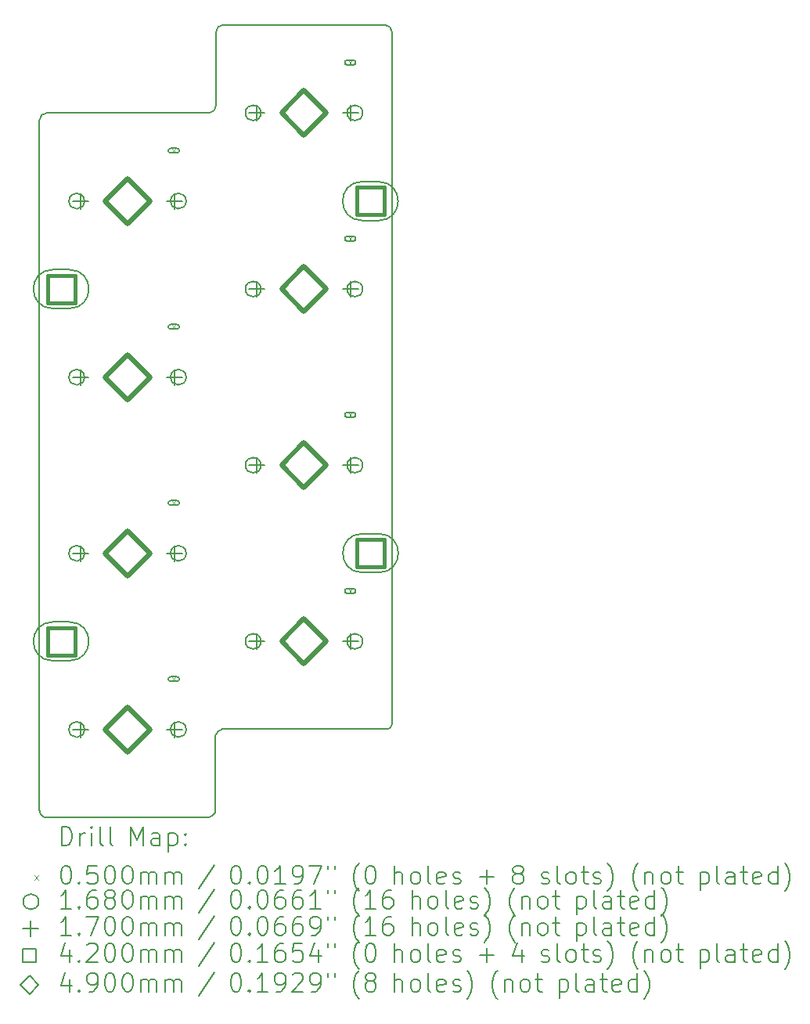
<source format=gbr>
%TF.GenerationSoftware,KiCad,Pcbnew,(7.0.0-0)*%
%TF.CreationDate,2023-02-26T21:11:12+09:00*%
%TF.ProjectId,pangaea-pcb-pinkey-k2-0.5ushift,70616e67-6165-4612-9d70-63622d70696e,rev?*%
%TF.SameCoordinates,Original*%
%TF.FileFunction,Drillmap*%
%TF.FilePolarity,Positive*%
%FSLAX45Y45*%
G04 Gerber Fmt 4.5, Leading zero omitted, Abs format (unit mm)*
G04 Created by KiCad (PCBNEW (7.0.0-0)) date 2023-02-26 21:11:12*
%MOMM*%
%LPD*%
G01*
G04 APERTURE LIST*
%ADD10C,0.150000*%
%ADD11C,0.200000*%
%ADD12C,0.050000*%
%ADD13C,0.168000*%
%ADD14C,0.170000*%
%ADD15C,0.420000*%
%ADD16C,0.490000*%
G04 APERTURE END LIST*
D10*
X5941003Y-9204816D02*
G75*
G03*
X5992008Y-9150891I-5003J55816D01*
G01*
X2178136Y-10079917D02*
G75*
G03*
X2254065Y-10159122I75454J-3663D01*
G01*
X2258677Y-2540164D02*
G75*
G03*
X2177411Y-2617538I-2011J-79251D01*
G01*
X4155359Y-9204375D02*
X5941003Y-9204816D01*
X4167126Y-1586751D02*
G75*
G03*
X4087751Y-1666126I4J-79379D01*
G01*
X5992008Y-1666967D02*
X5992008Y-9150891D01*
X4014516Y-2541002D02*
G75*
G03*
X4088000Y-2461000I-6796J79992D01*
G01*
X5993748Y-1666908D02*
G75*
G03*
X5912000Y-1587000I-82658J-2792D01*
G01*
X4087751Y-1666126D02*
X4088000Y-2461000D01*
X4004257Y-10160490D02*
G75*
G03*
X4083000Y-10100000I-22027J110170D01*
G01*
X4155359Y-9204373D02*
G75*
G03*
X4083268Y-9269500I26671J-101987D01*
G01*
X4014515Y-2541000D02*
X2258677Y-2540163D01*
X2177411Y-2617538D02*
X2178134Y-10079917D01*
X2254065Y-10159122D02*
X4003935Y-10158878D01*
X5912000Y-1587000D02*
X4167126Y-1586751D01*
X4083000Y-9269500D02*
X4083000Y-10100000D01*
D11*
D12*
X3606000Y-2923000D02*
X3656000Y-2973000D01*
X3656000Y-2923000D02*
X3606000Y-2973000D01*
D11*
X3666000Y-2923000D02*
X3596000Y-2923000D01*
X3596000Y-2923000D02*
G75*
G03*
X3596000Y-2973000I0J-25000D01*
G01*
X3596000Y-2973000D02*
X3666000Y-2973000D01*
X3666000Y-2973000D02*
G75*
G03*
X3666000Y-2923000I0J25000D01*
G01*
D12*
X3606000Y-4828000D02*
X3656000Y-4878000D01*
X3656000Y-4828000D02*
X3606000Y-4878000D01*
D11*
X3666000Y-4828000D02*
X3596000Y-4828000D01*
X3596000Y-4828000D02*
G75*
G03*
X3596000Y-4878000I0J-25000D01*
G01*
X3596000Y-4878000D02*
X3666000Y-4878000D01*
X3666000Y-4878000D02*
G75*
G03*
X3666000Y-4828000I0J25000D01*
G01*
D12*
X3606000Y-6733000D02*
X3656000Y-6783000D01*
X3656000Y-6733000D02*
X3606000Y-6783000D01*
D11*
X3666000Y-6733000D02*
X3596000Y-6733000D01*
X3596000Y-6733000D02*
G75*
G03*
X3596000Y-6783000I0J-25000D01*
G01*
X3596000Y-6783000D02*
X3666000Y-6783000D01*
X3666000Y-6783000D02*
G75*
G03*
X3666000Y-6733000I0J25000D01*
G01*
D12*
X3606000Y-8638000D02*
X3656000Y-8688000D01*
X3656000Y-8638000D02*
X3606000Y-8688000D01*
D11*
X3666000Y-8638000D02*
X3596000Y-8638000D01*
X3596000Y-8638000D02*
G75*
G03*
X3596000Y-8688000I0J-25000D01*
G01*
X3596000Y-8688000D02*
X3666000Y-8688000D01*
X3666000Y-8688000D02*
G75*
G03*
X3666000Y-8638000I0J25000D01*
G01*
D12*
X5515000Y-1970000D02*
X5565000Y-2020000D01*
X5565000Y-1970000D02*
X5515000Y-2020000D01*
D11*
X5575000Y-1970000D02*
X5505000Y-1970000D01*
X5505000Y-1970000D02*
G75*
G03*
X5505000Y-2020000I0J-25000D01*
G01*
X5505000Y-2020000D02*
X5575000Y-2020000D01*
X5575000Y-2020000D02*
G75*
G03*
X5575000Y-1970000I0J25000D01*
G01*
D12*
X5515000Y-3875000D02*
X5565000Y-3925000D01*
X5565000Y-3875000D02*
X5515000Y-3925000D01*
D11*
X5575000Y-3875000D02*
X5505000Y-3875000D01*
X5505000Y-3875000D02*
G75*
G03*
X5505000Y-3925000I0J-25000D01*
G01*
X5505000Y-3925000D02*
X5575000Y-3925000D01*
X5575000Y-3925000D02*
G75*
G03*
X5575000Y-3875000I0J25000D01*
G01*
D12*
X5515000Y-5780000D02*
X5565000Y-5830000D01*
X5565000Y-5780000D02*
X5515000Y-5830000D01*
D11*
X5575000Y-5780000D02*
X5505000Y-5780000D01*
X5505000Y-5780000D02*
G75*
G03*
X5505000Y-5830000I0J-25000D01*
G01*
X5505000Y-5830000D02*
X5575000Y-5830000D01*
X5575000Y-5830000D02*
G75*
G03*
X5575000Y-5780000I0J25000D01*
G01*
D12*
X5515000Y-7685000D02*
X5565000Y-7735000D01*
X5565000Y-7685000D02*
X5515000Y-7735000D01*
D11*
X5575000Y-7685000D02*
X5505000Y-7685000D01*
X5505000Y-7685000D02*
G75*
G03*
X5505000Y-7735000I0J-25000D01*
G01*
X5505000Y-7735000D02*
X5575000Y-7735000D01*
X5575000Y-7735000D02*
G75*
G03*
X5575000Y-7685000I0J25000D01*
G01*
D13*
X2665000Y-3493000D02*
G75*
G03*
X2665000Y-3493000I-84000J0D01*
G01*
X2665000Y-5398000D02*
G75*
G03*
X2665000Y-5398000I-84000J0D01*
G01*
X2665000Y-7303000D02*
G75*
G03*
X2665000Y-7303000I-84000J0D01*
G01*
X2665000Y-9208000D02*
G75*
G03*
X2665000Y-9208000I-84000J0D01*
G01*
X3765000Y-3493000D02*
G75*
G03*
X3765000Y-3493000I-84000J0D01*
G01*
X3765000Y-5398000D02*
G75*
G03*
X3765000Y-5398000I-84000J0D01*
G01*
X3765000Y-7303000D02*
G75*
G03*
X3765000Y-7303000I-84000J0D01*
G01*
X3765000Y-9208000D02*
G75*
G03*
X3765000Y-9208000I-84000J0D01*
G01*
X4574000Y-2540000D02*
G75*
G03*
X4574000Y-2540000I-84000J0D01*
G01*
X4574000Y-4445000D02*
G75*
G03*
X4574000Y-4445000I-84000J0D01*
G01*
X4574000Y-6350000D02*
G75*
G03*
X4574000Y-6350000I-84000J0D01*
G01*
X4574000Y-8255000D02*
G75*
G03*
X4574000Y-8255000I-84000J0D01*
G01*
X5674000Y-2540000D02*
G75*
G03*
X5674000Y-2540000I-84000J0D01*
G01*
X5674000Y-4445000D02*
G75*
G03*
X5674000Y-4445000I-84000J0D01*
G01*
X5674000Y-6350000D02*
G75*
G03*
X5674000Y-6350000I-84000J0D01*
G01*
X5674000Y-8255000D02*
G75*
G03*
X5674000Y-8255000I-84000J0D01*
G01*
D14*
X2623000Y-3408000D02*
X2623000Y-3578000D01*
X2538000Y-3493000D02*
X2708000Y-3493000D01*
X2623000Y-5313000D02*
X2623000Y-5483000D01*
X2538000Y-5398000D02*
X2708000Y-5398000D01*
X2623000Y-7218000D02*
X2623000Y-7388000D01*
X2538000Y-7303000D02*
X2708000Y-7303000D01*
X2623000Y-9123000D02*
X2623000Y-9293000D01*
X2538000Y-9208000D02*
X2708000Y-9208000D01*
X3639000Y-3408000D02*
X3639000Y-3578000D01*
X3554000Y-3493000D02*
X3724000Y-3493000D01*
X3639000Y-5313000D02*
X3639000Y-5483000D01*
X3554000Y-5398000D02*
X3724000Y-5398000D01*
X3639000Y-7218000D02*
X3639000Y-7388000D01*
X3554000Y-7303000D02*
X3724000Y-7303000D01*
X3639000Y-9123000D02*
X3639000Y-9293000D01*
X3554000Y-9208000D02*
X3724000Y-9208000D01*
X4532000Y-2455000D02*
X4532000Y-2625000D01*
X4447000Y-2540000D02*
X4617000Y-2540000D01*
X4532000Y-4360000D02*
X4532000Y-4530000D01*
X4447000Y-4445000D02*
X4617000Y-4445000D01*
X4532000Y-6265000D02*
X4532000Y-6435000D01*
X4447000Y-6350000D02*
X4617000Y-6350000D01*
X4532000Y-8170000D02*
X4532000Y-8340000D01*
X4447000Y-8255000D02*
X4617000Y-8255000D01*
X5548000Y-2455000D02*
X5548000Y-2625000D01*
X5463000Y-2540000D02*
X5633000Y-2540000D01*
X5548000Y-4360000D02*
X5548000Y-4530000D01*
X5463000Y-4445000D02*
X5633000Y-4445000D01*
X5548000Y-6265000D02*
X5548000Y-6435000D01*
X5463000Y-6350000D02*
X5633000Y-6350000D01*
X5548000Y-8170000D02*
X5548000Y-8340000D01*
X5463000Y-8255000D02*
X5633000Y-8255000D01*
D15*
X2560494Y-4593494D02*
X2560494Y-4296506D01*
X2263506Y-4296506D01*
X2263506Y-4593494D01*
X2560494Y-4593494D01*
D11*
X2322000Y-4655000D02*
X2502000Y-4655000D01*
X2502000Y-4655000D02*
G75*
G03*
X2502000Y-4235000I0J210000D01*
G01*
X2502000Y-4235000D02*
X2322000Y-4235000D01*
X2322000Y-4235000D02*
G75*
G03*
X2322000Y-4655000I0J-210000D01*
G01*
D15*
X2560494Y-8403494D02*
X2560494Y-8106506D01*
X2263506Y-8106506D01*
X2263506Y-8403494D01*
X2560494Y-8403494D01*
D11*
X2322000Y-8465000D02*
X2502000Y-8465000D01*
X2502000Y-8465000D02*
G75*
G03*
X2502000Y-8045000I0J210000D01*
G01*
X2502000Y-8045000D02*
X2322000Y-8045000D01*
X2322000Y-8045000D02*
G75*
G03*
X2322000Y-8465000I0J-210000D01*
G01*
D15*
X5906494Y-3642494D02*
X5906494Y-3345506D01*
X5609506Y-3345506D01*
X5609506Y-3642494D01*
X5906494Y-3642494D01*
D11*
X5668000Y-3704000D02*
X5848000Y-3704000D01*
X5848000Y-3704000D02*
G75*
G03*
X5848000Y-3284000I0J210000D01*
G01*
X5848000Y-3284000D02*
X5668000Y-3284000D01*
X5668000Y-3284000D02*
G75*
G03*
X5668000Y-3704000I0J-210000D01*
G01*
D15*
X5908494Y-7449494D02*
X5908494Y-7152506D01*
X5611506Y-7152506D01*
X5611506Y-7449494D01*
X5908494Y-7449494D01*
D11*
X5670000Y-7511000D02*
X5850000Y-7511000D01*
X5850000Y-7511000D02*
G75*
G03*
X5850000Y-7091000I0J210000D01*
G01*
X5850000Y-7091000D02*
X5670000Y-7091000D01*
X5670000Y-7091000D02*
G75*
G03*
X5670000Y-7511000I0J-210000D01*
G01*
D16*
X3131000Y-3738000D02*
X3376000Y-3493000D01*
X3131000Y-3248000D01*
X2886000Y-3493000D01*
X3131000Y-3738000D01*
X3131000Y-5643000D02*
X3376000Y-5398000D01*
X3131000Y-5153000D01*
X2886000Y-5398000D01*
X3131000Y-5643000D01*
X3131000Y-7548000D02*
X3376000Y-7303000D01*
X3131000Y-7058000D01*
X2886000Y-7303000D01*
X3131000Y-7548000D01*
X3131000Y-9453000D02*
X3376000Y-9208000D01*
X3131000Y-8963000D01*
X2886000Y-9208000D01*
X3131000Y-9453000D01*
X5040000Y-2785000D02*
X5285000Y-2540000D01*
X5040000Y-2295000D01*
X4795000Y-2540000D01*
X5040000Y-2785000D01*
X5040000Y-4690000D02*
X5285000Y-4445000D01*
X5040000Y-4200000D01*
X4795000Y-4445000D01*
X5040000Y-4690000D01*
X5040000Y-6595000D02*
X5285000Y-6350000D01*
X5040000Y-6105000D01*
X4795000Y-6350000D01*
X5040000Y-6595000D01*
X5040000Y-8500000D02*
X5285000Y-8255000D01*
X5040000Y-8010000D01*
X4795000Y-8255000D01*
X5040000Y-8500000D01*
D11*
X2417530Y-10461466D02*
X2417530Y-10261466D01*
X2417530Y-10261466D02*
X2465149Y-10261466D01*
X2465149Y-10261466D02*
X2493721Y-10270990D01*
X2493721Y-10270990D02*
X2512768Y-10290038D01*
X2512768Y-10290038D02*
X2522292Y-10309085D01*
X2522292Y-10309085D02*
X2531816Y-10347180D01*
X2531816Y-10347180D02*
X2531816Y-10375752D01*
X2531816Y-10375752D02*
X2522292Y-10413847D01*
X2522292Y-10413847D02*
X2512768Y-10432895D01*
X2512768Y-10432895D02*
X2493721Y-10451942D01*
X2493721Y-10451942D02*
X2465149Y-10461466D01*
X2465149Y-10461466D02*
X2417530Y-10461466D01*
X2617530Y-10461466D02*
X2617530Y-10328133D01*
X2617530Y-10366228D02*
X2627054Y-10347180D01*
X2627054Y-10347180D02*
X2636578Y-10337657D01*
X2636578Y-10337657D02*
X2655626Y-10328133D01*
X2655626Y-10328133D02*
X2674673Y-10328133D01*
X2741340Y-10461466D02*
X2741340Y-10328133D01*
X2741340Y-10261466D02*
X2731816Y-10270990D01*
X2731816Y-10270990D02*
X2741340Y-10280514D01*
X2741340Y-10280514D02*
X2750864Y-10270990D01*
X2750864Y-10270990D02*
X2741340Y-10261466D01*
X2741340Y-10261466D02*
X2741340Y-10280514D01*
X2865149Y-10461466D02*
X2846102Y-10451942D01*
X2846102Y-10451942D02*
X2836578Y-10432895D01*
X2836578Y-10432895D02*
X2836578Y-10261466D01*
X2969911Y-10461466D02*
X2950864Y-10451942D01*
X2950864Y-10451942D02*
X2941340Y-10432895D01*
X2941340Y-10432895D02*
X2941340Y-10261466D01*
X3166102Y-10461466D02*
X3166102Y-10261466D01*
X3166102Y-10261466D02*
X3232768Y-10404323D01*
X3232768Y-10404323D02*
X3299435Y-10261466D01*
X3299435Y-10261466D02*
X3299435Y-10461466D01*
X3480387Y-10461466D02*
X3480387Y-10356704D01*
X3480387Y-10356704D02*
X3470864Y-10337657D01*
X3470864Y-10337657D02*
X3451816Y-10328133D01*
X3451816Y-10328133D02*
X3413721Y-10328133D01*
X3413721Y-10328133D02*
X3394673Y-10337657D01*
X3480387Y-10451942D02*
X3461340Y-10461466D01*
X3461340Y-10461466D02*
X3413721Y-10461466D01*
X3413721Y-10461466D02*
X3394673Y-10451942D01*
X3394673Y-10451942D02*
X3385149Y-10432895D01*
X3385149Y-10432895D02*
X3385149Y-10413847D01*
X3385149Y-10413847D02*
X3394673Y-10394800D01*
X3394673Y-10394800D02*
X3413721Y-10385276D01*
X3413721Y-10385276D02*
X3461340Y-10385276D01*
X3461340Y-10385276D02*
X3480387Y-10375752D01*
X3575625Y-10328133D02*
X3575625Y-10528133D01*
X3575625Y-10337657D02*
X3594673Y-10328133D01*
X3594673Y-10328133D02*
X3632768Y-10328133D01*
X3632768Y-10328133D02*
X3651816Y-10337657D01*
X3651816Y-10337657D02*
X3661340Y-10347180D01*
X3661340Y-10347180D02*
X3670864Y-10366228D01*
X3670864Y-10366228D02*
X3670864Y-10423371D01*
X3670864Y-10423371D02*
X3661340Y-10442419D01*
X3661340Y-10442419D02*
X3651816Y-10451942D01*
X3651816Y-10451942D02*
X3632768Y-10461466D01*
X3632768Y-10461466D02*
X3594673Y-10461466D01*
X3594673Y-10461466D02*
X3575625Y-10451942D01*
X3756578Y-10442419D02*
X3766102Y-10451942D01*
X3766102Y-10451942D02*
X3756578Y-10461466D01*
X3756578Y-10461466D02*
X3747054Y-10451942D01*
X3747054Y-10451942D02*
X3756578Y-10442419D01*
X3756578Y-10442419D02*
X3756578Y-10461466D01*
X3756578Y-10337657D02*
X3766102Y-10347180D01*
X3766102Y-10347180D02*
X3756578Y-10356704D01*
X3756578Y-10356704D02*
X3747054Y-10347180D01*
X3747054Y-10347180D02*
X3756578Y-10337657D01*
X3756578Y-10337657D02*
X3756578Y-10356704D01*
D12*
X2119911Y-10782990D02*
X2169911Y-10832990D01*
X2169911Y-10782990D02*
X2119911Y-10832990D01*
D11*
X2455626Y-10681466D02*
X2474673Y-10681466D01*
X2474673Y-10681466D02*
X2493721Y-10690990D01*
X2493721Y-10690990D02*
X2503245Y-10700514D01*
X2503245Y-10700514D02*
X2512768Y-10719561D01*
X2512768Y-10719561D02*
X2522292Y-10757657D01*
X2522292Y-10757657D02*
X2522292Y-10805276D01*
X2522292Y-10805276D02*
X2512768Y-10843371D01*
X2512768Y-10843371D02*
X2503245Y-10862419D01*
X2503245Y-10862419D02*
X2493721Y-10871942D01*
X2493721Y-10871942D02*
X2474673Y-10881466D01*
X2474673Y-10881466D02*
X2455626Y-10881466D01*
X2455626Y-10881466D02*
X2436578Y-10871942D01*
X2436578Y-10871942D02*
X2427054Y-10862419D01*
X2427054Y-10862419D02*
X2417530Y-10843371D01*
X2417530Y-10843371D02*
X2408007Y-10805276D01*
X2408007Y-10805276D02*
X2408007Y-10757657D01*
X2408007Y-10757657D02*
X2417530Y-10719561D01*
X2417530Y-10719561D02*
X2427054Y-10700514D01*
X2427054Y-10700514D02*
X2436578Y-10690990D01*
X2436578Y-10690990D02*
X2455626Y-10681466D01*
X2608007Y-10862419D02*
X2617530Y-10871942D01*
X2617530Y-10871942D02*
X2608007Y-10881466D01*
X2608007Y-10881466D02*
X2598483Y-10871942D01*
X2598483Y-10871942D02*
X2608007Y-10862419D01*
X2608007Y-10862419D02*
X2608007Y-10881466D01*
X2798483Y-10681466D02*
X2703245Y-10681466D01*
X2703245Y-10681466D02*
X2693721Y-10776704D01*
X2693721Y-10776704D02*
X2703245Y-10767180D01*
X2703245Y-10767180D02*
X2722292Y-10757657D01*
X2722292Y-10757657D02*
X2769911Y-10757657D01*
X2769911Y-10757657D02*
X2788959Y-10767180D01*
X2788959Y-10767180D02*
X2798483Y-10776704D01*
X2798483Y-10776704D02*
X2808006Y-10795752D01*
X2808006Y-10795752D02*
X2808006Y-10843371D01*
X2808006Y-10843371D02*
X2798483Y-10862419D01*
X2798483Y-10862419D02*
X2788959Y-10871942D01*
X2788959Y-10871942D02*
X2769911Y-10881466D01*
X2769911Y-10881466D02*
X2722292Y-10881466D01*
X2722292Y-10881466D02*
X2703245Y-10871942D01*
X2703245Y-10871942D02*
X2693721Y-10862419D01*
X2931816Y-10681466D02*
X2950864Y-10681466D01*
X2950864Y-10681466D02*
X2969911Y-10690990D01*
X2969911Y-10690990D02*
X2979435Y-10700514D01*
X2979435Y-10700514D02*
X2988959Y-10719561D01*
X2988959Y-10719561D02*
X2998483Y-10757657D01*
X2998483Y-10757657D02*
X2998483Y-10805276D01*
X2998483Y-10805276D02*
X2988959Y-10843371D01*
X2988959Y-10843371D02*
X2979435Y-10862419D01*
X2979435Y-10862419D02*
X2969911Y-10871942D01*
X2969911Y-10871942D02*
X2950864Y-10881466D01*
X2950864Y-10881466D02*
X2931816Y-10881466D01*
X2931816Y-10881466D02*
X2912768Y-10871942D01*
X2912768Y-10871942D02*
X2903245Y-10862419D01*
X2903245Y-10862419D02*
X2893721Y-10843371D01*
X2893721Y-10843371D02*
X2884197Y-10805276D01*
X2884197Y-10805276D02*
X2884197Y-10757657D01*
X2884197Y-10757657D02*
X2893721Y-10719561D01*
X2893721Y-10719561D02*
X2903245Y-10700514D01*
X2903245Y-10700514D02*
X2912768Y-10690990D01*
X2912768Y-10690990D02*
X2931816Y-10681466D01*
X3122292Y-10681466D02*
X3141340Y-10681466D01*
X3141340Y-10681466D02*
X3160387Y-10690990D01*
X3160387Y-10690990D02*
X3169911Y-10700514D01*
X3169911Y-10700514D02*
X3179435Y-10719561D01*
X3179435Y-10719561D02*
X3188959Y-10757657D01*
X3188959Y-10757657D02*
X3188959Y-10805276D01*
X3188959Y-10805276D02*
X3179435Y-10843371D01*
X3179435Y-10843371D02*
X3169911Y-10862419D01*
X3169911Y-10862419D02*
X3160387Y-10871942D01*
X3160387Y-10871942D02*
X3141340Y-10881466D01*
X3141340Y-10881466D02*
X3122292Y-10881466D01*
X3122292Y-10881466D02*
X3103245Y-10871942D01*
X3103245Y-10871942D02*
X3093721Y-10862419D01*
X3093721Y-10862419D02*
X3084197Y-10843371D01*
X3084197Y-10843371D02*
X3074673Y-10805276D01*
X3074673Y-10805276D02*
X3074673Y-10757657D01*
X3074673Y-10757657D02*
X3084197Y-10719561D01*
X3084197Y-10719561D02*
X3093721Y-10700514D01*
X3093721Y-10700514D02*
X3103245Y-10690990D01*
X3103245Y-10690990D02*
X3122292Y-10681466D01*
X3274673Y-10881466D02*
X3274673Y-10748133D01*
X3274673Y-10767180D02*
X3284197Y-10757657D01*
X3284197Y-10757657D02*
X3303245Y-10748133D01*
X3303245Y-10748133D02*
X3331816Y-10748133D01*
X3331816Y-10748133D02*
X3350864Y-10757657D01*
X3350864Y-10757657D02*
X3360387Y-10776704D01*
X3360387Y-10776704D02*
X3360387Y-10881466D01*
X3360387Y-10776704D02*
X3369911Y-10757657D01*
X3369911Y-10757657D02*
X3388959Y-10748133D01*
X3388959Y-10748133D02*
X3417530Y-10748133D01*
X3417530Y-10748133D02*
X3436578Y-10757657D01*
X3436578Y-10757657D02*
X3446102Y-10776704D01*
X3446102Y-10776704D02*
X3446102Y-10881466D01*
X3541340Y-10881466D02*
X3541340Y-10748133D01*
X3541340Y-10767180D02*
X3550864Y-10757657D01*
X3550864Y-10757657D02*
X3569911Y-10748133D01*
X3569911Y-10748133D02*
X3598483Y-10748133D01*
X3598483Y-10748133D02*
X3617530Y-10757657D01*
X3617530Y-10757657D02*
X3627054Y-10776704D01*
X3627054Y-10776704D02*
X3627054Y-10881466D01*
X3627054Y-10776704D02*
X3636578Y-10757657D01*
X3636578Y-10757657D02*
X3655626Y-10748133D01*
X3655626Y-10748133D02*
X3684197Y-10748133D01*
X3684197Y-10748133D02*
X3703245Y-10757657D01*
X3703245Y-10757657D02*
X3712768Y-10776704D01*
X3712768Y-10776704D02*
X3712768Y-10881466D01*
X4070864Y-10671942D02*
X3899435Y-10929085D01*
X4295626Y-10681466D02*
X4314673Y-10681466D01*
X4314673Y-10681466D02*
X4333721Y-10690990D01*
X4333721Y-10690990D02*
X4343245Y-10700514D01*
X4343245Y-10700514D02*
X4352769Y-10719561D01*
X4352769Y-10719561D02*
X4362292Y-10757657D01*
X4362292Y-10757657D02*
X4362292Y-10805276D01*
X4362292Y-10805276D02*
X4352769Y-10843371D01*
X4352769Y-10843371D02*
X4343245Y-10862419D01*
X4343245Y-10862419D02*
X4333721Y-10871942D01*
X4333721Y-10871942D02*
X4314673Y-10881466D01*
X4314673Y-10881466D02*
X4295626Y-10881466D01*
X4295626Y-10881466D02*
X4276578Y-10871942D01*
X4276578Y-10871942D02*
X4267054Y-10862419D01*
X4267054Y-10862419D02*
X4257530Y-10843371D01*
X4257530Y-10843371D02*
X4248007Y-10805276D01*
X4248007Y-10805276D02*
X4248007Y-10757657D01*
X4248007Y-10757657D02*
X4257530Y-10719561D01*
X4257530Y-10719561D02*
X4267054Y-10700514D01*
X4267054Y-10700514D02*
X4276578Y-10690990D01*
X4276578Y-10690990D02*
X4295626Y-10681466D01*
X4448007Y-10862419D02*
X4457530Y-10871942D01*
X4457530Y-10871942D02*
X4448007Y-10881466D01*
X4448007Y-10881466D02*
X4438483Y-10871942D01*
X4438483Y-10871942D02*
X4448007Y-10862419D01*
X4448007Y-10862419D02*
X4448007Y-10881466D01*
X4581340Y-10681466D02*
X4600388Y-10681466D01*
X4600388Y-10681466D02*
X4619435Y-10690990D01*
X4619435Y-10690990D02*
X4628959Y-10700514D01*
X4628959Y-10700514D02*
X4638483Y-10719561D01*
X4638483Y-10719561D02*
X4648007Y-10757657D01*
X4648007Y-10757657D02*
X4648007Y-10805276D01*
X4648007Y-10805276D02*
X4638483Y-10843371D01*
X4638483Y-10843371D02*
X4628959Y-10862419D01*
X4628959Y-10862419D02*
X4619435Y-10871942D01*
X4619435Y-10871942D02*
X4600388Y-10881466D01*
X4600388Y-10881466D02*
X4581340Y-10881466D01*
X4581340Y-10881466D02*
X4562292Y-10871942D01*
X4562292Y-10871942D02*
X4552769Y-10862419D01*
X4552769Y-10862419D02*
X4543245Y-10843371D01*
X4543245Y-10843371D02*
X4533721Y-10805276D01*
X4533721Y-10805276D02*
X4533721Y-10757657D01*
X4533721Y-10757657D02*
X4543245Y-10719561D01*
X4543245Y-10719561D02*
X4552769Y-10700514D01*
X4552769Y-10700514D02*
X4562292Y-10690990D01*
X4562292Y-10690990D02*
X4581340Y-10681466D01*
X4838483Y-10881466D02*
X4724197Y-10881466D01*
X4781340Y-10881466D02*
X4781340Y-10681466D01*
X4781340Y-10681466D02*
X4762292Y-10710038D01*
X4762292Y-10710038D02*
X4743245Y-10729085D01*
X4743245Y-10729085D02*
X4724197Y-10738609D01*
X4933721Y-10881466D02*
X4971816Y-10881466D01*
X4971816Y-10881466D02*
X4990864Y-10871942D01*
X4990864Y-10871942D02*
X5000388Y-10862419D01*
X5000388Y-10862419D02*
X5019435Y-10833847D01*
X5019435Y-10833847D02*
X5028959Y-10795752D01*
X5028959Y-10795752D02*
X5028959Y-10719561D01*
X5028959Y-10719561D02*
X5019435Y-10700514D01*
X5019435Y-10700514D02*
X5009911Y-10690990D01*
X5009911Y-10690990D02*
X4990864Y-10681466D01*
X4990864Y-10681466D02*
X4952769Y-10681466D01*
X4952769Y-10681466D02*
X4933721Y-10690990D01*
X4933721Y-10690990D02*
X4924197Y-10700514D01*
X4924197Y-10700514D02*
X4914673Y-10719561D01*
X4914673Y-10719561D02*
X4914673Y-10767180D01*
X4914673Y-10767180D02*
X4924197Y-10786228D01*
X4924197Y-10786228D02*
X4933721Y-10795752D01*
X4933721Y-10795752D02*
X4952769Y-10805276D01*
X4952769Y-10805276D02*
X4990864Y-10805276D01*
X4990864Y-10805276D02*
X5009911Y-10795752D01*
X5009911Y-10795752D02*
X5019435Y-10786228D01*
X5019435Y-10786228D02*
X5028959Y-10767180D01*
X5095626Y-10681466D02*
X5228959Y-10681466D01*
X5228959Y-10681466D02*
X5143245Y-10881466D01*
X5295626Y-10681466D02*
X5295626Y-10719561D01*
X5371816Y-10681466D02*
X5371816Y-10719561D01*
X5634673Y-10957657D02*
X5625149Y-10948133D01*
X5625149Y-10948133D02*
X5606102Y-10919561D01*
X5606102Y-10919561D02*
X5596578Y-10900514D01*
X5596578Y-10900514D02*
X5587054Y-10871942D01*
X5587054Y-10871942D02*
X5577531Y-10824323D01*
X5577531Y-10824323D02*
X5577531Y-10786228D01*
X5577531Y-10786228D02*
X5587054Y-10738609D01*
X5587054Y-10738609D02*
X5596578Y-10710038D01*
X5596578Y-10710038D02*
X5606102Y-10690990D01*
X5606102Y-10690990D02*
X5625149Y-10662419D01*
X5625149Y-10662419D02*
X5634673Y-10652895D01*
X5748959Y-10681466D02*
X5768007Y-10681466D01*
X5768007Y-10681466D02*
X5787054Y-10690990D01*
X5787054Y-10690990D02*
X5796578Y-10700514D01*
X5796578Y-10700514D02*
X5806102Y-10719561D01*
X5806102Y-10719561D02*
X5815626Y-10757657D01*
X5815626Y-10757657D02*
X5815626Y-10805276D01*
X5815626Y-10805276D02*
X5806102Y-10843371D01*
X5806102Y-10843371D02*
X5796578Y-10862419D01*
X5796578Y-10862419D02*
X5787054Y-10871942D01*
X5787054Y-10871942D02*
X5768007Y-10881466D01*
X5768007Y-10881466D02*
X5748959Y-10881466D01*
X5748959Y-10881466D02*
X5729911Y-10871942D01*
X5729911Y-10871942D02*
X5720388Y-10862419D01*
X5720388Y-10862419D02*
X5710864Y-10843371D01*
X5710864Y-10843371D02*
X5701340Y-10805276D01*
X5701340Y-10805276D02*
X5701340Y-10757657D01*
X5701340Y-10757657D02*
X5710864Y-10719561D01*
X5710864Y-10719561D02*
X5720388Y-10700514D01*
X5720388Y-10700514D02*
X5729911Y-10690990D01*
X5729911Y-10690990D02*
X5748959Y-10681466D01*
X6021340Y-10881466D02*
X6021340Y-10681466D01*
X6107054Y-10881466D02*
X6107054Y-10776704D01*
X6107054Y-10776704D02*
X6097530Y-10757657D01*
X6097530Y-10757657D02*
X6078483Y-10748133D01*
X6078483Y-10748133D02*
X6049911Y-10748133D01*
X6049911Y-10748133D02*
X6030864Y-10757657D01*
X6030864Y-10757657D02*
X6021340Y-10767180D01*
X6230864Y-10881466D02*
X6211816Y-10871942D01*
X6211816Y-10871942D02*
X6202292Y-10862419D01*
X6202292Y-10862419D02*
X6192769Y-10843371D01*
X6192769Y-10843371D02*
X6192769Y-10786228D01*
X6192769Y-10786228D02*
X6202292Y-10767180D01*
X6202292Y-10767180D02*
X6211816Y-10757657D01*
X6211816Y-10757657D02*
X6230864Y-10748133D01*
X6230864Y-10748133D02*
X6259435Y-10748133D01*
X6259435Y-10748133D02*
X6278483Y-10757657D01*
X6278483Y-10757657D02*
X6288007Y-10767180D01*
X6288007Y-10767180D02*
X6297530Y-10786228D01*
X6297530Y-10786228D02*
X6297530Y-10843371D01*
X6297530Y-10843371D02*
X6288007Y-10862419D01*
X6288007Y-10862419D02*
X6278483Y-10871942D01*
X6278483Y-10871942D02*
X6259435Y-10881466D01*
X6259435Y-10881466D02*
X6230864Y-10881466D01*
X6411816Y-10881466D02*
X6392769Y-10871942D01*
X6392769Y-10871942D02*
X6383245Y-10852895D01*
X6383245Y-10852895D02*
X6383245Y-10681466D01*
X6564197Y-10871942D02*
X6545150Y-10881466D01*
X6545150Y-10881466D02*
X6507054Y-10881466D01*
X6507054Y-10881466D02*
X6488007Y-10871942D01*
X6488007Y-10871942D02*
X6478483Y-10852895D01*
X6478483Y-10852895D02*
X6478483Y-10776704D01*
X6478483Y-10776704D02*
X6488007Y-10757657D01*
X6488007Y-10757657D02*
X6507054Y-10748133D01*
X6507054Y-10748133D02*
X6545150Y-10748133D01*
X6545150Y-10748133D02*
X6564197Y-10757657D01*
X6564197Y-10757657D02*
X6573721Y-10776704D01*
X6573721Y-10776704D02*
X6573721Y-10795752D01*
X6573721Y-10795752D02*
X6478483Y-10814800D01*
X6649911Y-10871942D02*
X6668959Y-10881466D01*
X6668959Y-10881466D02*
X6707054Y-10881466D01*
X6707054Y-10881466D02*
X6726102Y-10871942D01*
X6726102Y-10871942D02*
X6735626Y-10852895D01*
X6735626Y-10852895D02*
X6735626Y-10843371D01*
X6735626Y-10843371D02*
X6726102Y-10824323D01*
X6726102Y-10824323D02*
X6707054Y-10814800D01*
X6707054Y-10814800D02*
X6678483Y-10814800D01*
X6678483Y-10814800D02*
X6659435Y-10805276D01*
X6659435Y-10805276D02*
X6649911Y-10786228D01*
X6649911Y-10786228D02*
X6649911Y-10776704D01*
X6649911Y-10776704D02*
X6659435Y-10757657D01*
X6659435Y-10757657D02*
X6678483Y-10748133D01*
X6678483Y-10748133D02*
X6707054Y-10748133D01*
X6707054Y-10748133D02*
X6726102Y-10757657D01*
X6941340Y-10805276D02*
X7093721Y-10805276D01*
X7017531Y-10881466D02*
X7017531Y-10729085D01*
X7337530Y-10767180D02*
X7318483Y-10757657D01*
X7318483Y-10757657D02*
X7308959Y-10748133D01*
X7308959Y-10748133D02*
X7299435Y-10729085D01*
X7299435Y-10729085D02*
X7299435Y-10719561D01*
X7299435Y-10719561D02*
X7308959Y-10700514D01*
X7308959Y-10700514D02*
X7318483Y-10690990D01*
X7318483Y-10690990D02*
X7337530Y-10681466D01*
X7337530Y-10681466D02*
X7375626Y-10681466D01*
X7375626Y-10681466D02*
X7394673Y-10690990D01*
X7394673Y-10690990D02*
X7404197Y-10700514D01*
X7404197Y-10700514D02*
X7413721Y-10719561D01*
X7413721Y-10719561D02*
X7413721Y-10729085D01*
X7413721Y-10729085D02*
X7404197Y-10748133D01*
X7404197Y-10748133D02*
X7394673Y-10757657D01*
X7394673Y-10757657D02*
X7375626Y-10767180D01*
X7375626Y-10767180D02*
X7337530Y-10767180D01*
X7337530Y-10767180D02*
X7318483Y-10776704D01*
X7318483Y-10776704D02*
X7308959Y-10786228D01*
X7308959Y-10786228D02*
X7299435Y-10805276D01*
X7299435Y-10805276D02*
X7299435Y-10843371D01*
X7299435Y-10843371D02*
X7308959Y-10862419D01*
X7308959Y-10862419D02*
X7318483Y-10871942D01*
X7318483Y-10871942D02*
X7337530Y-10881466D01*
X7337530Y-10881466D02*
X7375626Y-10881466D01*
X7375626Y-10881466D02*
X7394673Y-10871942D01*
X7394673Y-10871942D02*
X7404197Y-10862419D01*
X7404197Y-10862419D02*
X7413721Y-10843371D01*
X7413721Y-10843371D02*
X7413721Y-10805276D01*
X7413721Y-10805276D02*
X7404197Y-10786228D01*
X7404197Y-10786228D02*
X7394673Y-10776704D01*
X7394673Y-10776704D02*
X7375626Y-10767180D01*
X7609911Y-10871942D02*
X7628959Y-10881466D01*
X7628959Y-10881466D02*
X7667054Y-10881466D01*
X7667054Y-10881466D02*
X7686102Y-10871942D01*
X7686102Y-10871942D02*
X7695626Y-10852895D01*
X7695626Y-10852895D02*
X7695626Y-10843371D01*
X7695626Y-10843371D02*
X7686102Y-10824323D01*
X7686102Y-10824323D02*
X7667054Y-10814800D01*
X7667054Y-10814800D02*
X7638483Y-10814800D01*
X7638483Y-10814800D02*
X7619435Y-10805276D01*
X7619435Y-10805276D02*
X7609911Y-10786228D01*
X7609911Y-10786228D02*
X7609911Y-10776704D01*
X7609911Y-10776704D02*
X7619435Y-10757657D01*
X7619435Y-10757657D02*
X7638483Y-10748133D01*
X7638483Y-10748133D02*
X7667054Y-10748133D01*
X7667054Y-10748133D02*
X7686102Y-10757657D01*
X7809911Y-10881466D02*
X7790864Y-10871942D01*
X7790864Y-10871942D02*
X7781340Y-10852895D01*
X7781340Y-10852895D02*
X7781340Y-10681466D01*
X7914673Y-10881466D02*
X7895626Y-10871942D01*
X7895626Y-10871942D02*
X7886102Y-10862419D01*
X7886102Y-10862419D02*
X7876578Y-10843371D01*
X7876578Y-10843371D02*
X7876578Y-10786228D01*
X7876578Y-10786228D02*
X7886102Y-10767180D01*
X7886102Y-10767180D02*
X7895626Y-10757657D01*
X7895626Y-10757657D02*
X7914673Y-10748133D01*
X7914673Y-10748133D02*
X7943245Y-10748133D01*
X7943245Y-10748133D02*
X7962292Y-10757657D01*
X7962292Y-10757657D02*
X7971816Y-10767180D01*
X7971816Y-10767180D02*
X7981340Y-10786228D01*
X7981340Y-10786228D02*
X7981340Y-10843371D01*
X7981340Y-10843371D02*
X7971816Y-10862419D01*
X7971816Y-10862419D02*
X7962292Y-10871942D01*
X7962292Y-10871942D02*
X7943245Y-10881466D01*
X7943245Y-10881466D02*
X7914673Y-10881466D01*
X8038483Y-10748133D02*
X8114673Y-10748133D01*
X8067054Y-10681466D02*
X8067054Y-10852895D01*
X8067054Y-10852895D02*
X8076578Y-10871942D01*
X8076578Y-10871942D02*
X8095626Y-10881466D01*
X8095626Y-10881466D02*
X8114673Y-10881466D01*
X8171816Y-10871942D02*
X8190864Y-10881466D01*
X8190864Y-10881466D02*
X8228959Y-10881466D01*
X8228959Y-10881466D02*
X8248007Y-10871942D01*
X8248007Y-10871942D02*
X8257531Y-10852895D01*
X8257531Y-10852895D02*
X8257531Y-10843371D01*
X8257531Y-10843371D02*
X8248007Y-10824323D01*
X8248007Y-10824323D02*
X8228959Y-10814800D01*
X8228959Y-10814800D02*
X8200388Y-10814800D01*
X8200388Y-10814800D02*
X8181340Y-10805276D01*
X8181340Y-10805276D02*
X8171816Y-10786228D01*
X8171816Y-10786228D02*
X8171816Y-10776704D01*
X8171816Y-10776704D02*
X8181340Y-10757657D01*
X8181340Y-10757657D02*
X8200388Y-10748133D01*
X8200388Y-10748133D02*
X8228959Y-10748133D01*
X8228959Y-10748133D02*
X8248007Y-10757657D01*
X8324197Y-10957657D02*
X8333721Y-10948133D01*
X8333721Y-10948133D02*
X8352769Y-10919561D01*
X8352769Y-10919561D02*
X8362292Y-10900514D01*
X8362292Y-10900514D02*
X8371816Y-10871942D01*
X8371816Y-10871942D02*
X8381340Y-10824323D01*
X8381340Y-10824323D02*
X8381340Y-10786228D01*
X8381340Y-10786228D02*
X8371816Y-10738609D01*
X8371816Y-10738609D02*
X8362292Y-10710038D01*
X8362292Y-10710038D02*
X8352769Y-10690990D01*
X8352769Y-10690990D02*
X8333721Y-10662419D01*
X8333721Y-10662419D02*
X8324197Y-10652895D01*
X8653721Y-10957657D02*
X8644197Y-10948133D01*
X8644197Y-10948133D02*
X8625150Y-10919561D01*
X8625150Y-10919561D02*
X8615626Y-10900514D01*
X8615626Y-10900514D02*
X8606102Y-10871942D01*
X8606102Y-10871942D02*
X8596578Y-10824323D01*
X8596578Y-10824323D02*
X8596578Y-10786228D01*
X8596578Y-10786228D02*
X8606102Y-10738609D01*
X8606102Y-10738609D02*
X8615626Y-10710038D01*
X8615626Y-10710038D02*
X8625150Y-10690990D01*
X8625150Y-10690990D02*
X8644197Y-10662419D01*
X8644197Y-10662419D02*
X8653721Y-10652895D01*
X8729912Y-10748133D02*
X8729912Y-10881466D01*
X8729912Y-10767180D02*
X8739435Y-10757657D01*
X8739435Y-10757657D02*
X8758483Y-10748133D01*
X8758483Y-10748133D02*
X8787054Y-10748133D01*
X8787054Y-10748133D02*
X8806102Y-10757657D01*
X8806102Y-10757657D02*
X8815626Y-10776704D01*
X8815626Y-10776704D02*
X8815626Y-10881466D01*
X8939435Y-10881466D02*
X8920388Y-10871942D01*
X8920388Y-10871942D02*
X8910864Y-10862419D01*
X8910864Y-10862419D02*
X8901340Y-10843371D01*
X8901340Y-10843371D02*
X8901340Y-10786228D01*
X8901340Y-10786228D02*
X8910864Y-10767180D01*
X8910864Y-10767180D02*
X8920388Y-10757657D01*
X8920388Y-10757657D02*
X8939435Y-10748133D01*
X8939435Y-10748133D02*
X8968007Y-10748133D01*
X8968007Y-10748133D02*
X8987054Y-10757657D01*
X8987054Y-10757657D02*
X8996578Y-10767180D01*
X8996578Y-10767180D02*
X9006102Y-10786228D01*
X9006102Y-10786228D02*
X9006102Y-10843371D01*
X9006102Y-10843371D02*
X8996578Y-10862419D01*
X8996578Y-10862419D02*
X8987054Y-10871942D01*
X8987054Y-10871942D02*
X8968007Y-10881466D01*
X8968007Y-10881466D02*
X8939435Y-10881466D01*
X9063245Y-10748133D02*
X9139435Y-10748133D01*
X9091816Y-10681466D02*
X9091816Y-10852895D01*
X9091816Y-10852895D02*
X9101340Y-10871942D01*
X9101340Y-10871942D02*
X9120388Y-10881466D01*
X9120388Y-10881466D02*
X9139435Y-10881466D01*
X9326102Y-10748133D02*
X9326102Y-10948133D01*
X9326102Y-10757657D02*
X9345150Y-10748133D01*
X9345150Y-10748133D02*
X9383245Y-10748133D01*
X9383245Y-10748133D02*
X9402293Y-10757657D01*
X9402293Y-10757657D02*
X9411816Y-10767180D01*
X9411816Y-10767180D02*
X9421340Y-10786228D01*
X9421340Y-10786228D02*
X9421340Y-10843371D01*
X9421340Y-10843371D02*
X9411816Y-10862419D01*
X9411816Y-10862419D02*
X9402293Y-10871942D01*
X9402293Y-10871942D02*
X9383245Y-10881466D01*
X9383245Y-10881466D02*
X9345150Y-10881466D01*
X9345150Y-10881466D02*
X9326102Y-10871942D01*
X9535626Y-10881466D02*
X9516578Y-10871942D01*
X9516578Y-10871942D02*
X9507054Y-10852895D01*
X9507054Y-10852895D02*
X9507054Y-10681466D01*
X9697531Y-10881466D02*
X9697531Y-10776704D01*
X9697531Y-10776704D02*
X9688007Y-10757657D01*
X9688007Y-10757657D02*
X9668959Y-10748133D01*
X9668959Y-10748133D02*
X9630864Y-10748133D01*
X9630864Y-10748133D02*
X9611816Y-10757657D01*
X9697531Y-10871942D02*
X9678483Y-10881466D01*
X9678483Y-10881466D02*
X9630864Y-10881466D01*
X9630864Y-10881466D02*
X9611816Y-10871942D01*
X9611816Y-10871942D02*
X9602293Y-10852895D01*
X9602293Y-10852895D02*
X9602293Y-10833847D01*
X9602293Y-10833847D02*
X9611816Y-10814800D01*
X9611816Y-10814800D02*
X9630864Y-10805276D01*
X9630864Y-10805276D02*
X9678483Y-10805276D01*
X9678483Y-10805276D02*
X9697531Y-10795752D01*
X9764197Y-10748133D02*
X9840388Y-10748133D01*
X9792769Y-10681466D02*
X9792769Y-10852895D01*
X9792769Y-10852895D02*
X9802293Y-10871942D01*
X9802293Y-10871942D02*
X9821340Y-10881466D01*
X9821340Y-10881466D02*
X9840388Y-10881466D01*
X9983245Y-10871942D02*
X9964197Y-10881466D01*
X9964197Y-10881466D02*
X9926102Y-10881466D01*
X9926102Y-10881466D02*
X9907054Y-10871942D01*
X9907054Y-10871942D02*
X9897531Y-10852895D01*
X9897531Y-10852895D02*
X9897531Y-10776704D01*
X9897531Y-10776704D02*
X9907054Y-10757657D01*
X9907054Y-10757657D02*
X9926102Y-10748133D01*
X9926102Y-10748133D02*
X9964197Y-10748133D01*
X9964197Y-10748133D02*
X9983245Y-10757657D01*
X9983245Y-10757657D02*
X9992769Y-10776704D01*
X9992769Y-10776704D02*
X9992769Y-10795752D01*
X9992769Y-10795752D02*
X9897531Y-10814800D01*
X10164197Y-10881466D02*
X10164197Y-10681466D01*
X10164197Y-10871942D02*
X10145150Y-10881466D01*
X10145150Y-10881466D02*
X10107054Y-10881466D01*
X10107054Y-10881466D02*
X10088007Y-10871942D01*
X10088007Y-10871942D02*
X10078483Y-10862419D01*
X10078483Y-10862419D02*
X10068959Y-10843371D01*
X10068959Y-10843371D02*
X10068959Y-10786228D01*
X10068959Y-10786228D02*
X10078483Y-10767180D01*
X10078483Y-10767180D02*
X10088007Y-10757657D01*
X10088007Y-10757657D02*
X10107054Y-10748133D01*
X10107054Y-10748133D02*
X10145150Y-10748133D01*
X10145150Y-10748133D02*
X10164197Y-10757657D01*
X10240388Y-10957657D02*
X10249912Y-10948133D01*
X10249912Y-10948133D02*
X10268959Y-10919561D01*
X10268959Y-10919561D02*
X10278483Y-10900514D01*
X10278483Y-10900514D02*
X10288007Y-10871942D01*
X10288007Y-10871942D02*
X10297531Y-10824323D01*
X10297531Y-10824323D02*
X10297531Y-10786228D01*
X10297531Y-10786228D02*
X10288007Y-10738609D01*
X10288007Y-10738609D02*
X10278483Y-10710038D01*
X10278483Y-10710038D02*
X10268959Y-10690990D01*
X10268959Y-10690990D02*
X10249912Y-10662419D01*
X10249912Y-10662419D02*
X10240388Y-10652895D01*
D13*
X2169911Y-11071990D02*
G75*
G03*
X2169911Y-11071990I-84000J0D01*
G01*
D11*
X2522292Y-11145466D02*
X2408007Y-11145466D01*
X2465149Y-11145466D02*
X2465149Y-10945466D01*
X2465149Y-10945466D02*
X2446102Y-10974038D01*
X2446102Y-10974038D02*
X2427054Y-10993085D01*
X2427054Y-10993085D02*
X2408007Y-11002609D01*
X2608007Y-11126419D02*
X2617530Y-11135942D01*
X2617530Y-11135942D02*
X2608007Y-11145466D01*
X2608007Y-11145466D02*
X2598483Y-11135942D01*
X2598483Y-11135942D02*
X2608007Y-11126419D01*
X2608007Y-11126419D02*
X2608007Y-11145466D01*
X2788959Y-10945466D02*
X2750864Y-10945466D01*
X2750864Y-10945466D02*
X2731816Y-10954990D01*
X2731816Y-10954990D02*
X2722292Y-10964514D01*
X2722292Y-10964514D02*
X2703245Y-10993085D01*
X2703245Y-10993085D02*
X2693721Y-11031180D01*
X2693721Y-11031180D02*
X2693721Y-11107371D01*
X2693721Y-11107371D02*
X2703245Y-11126419D01*
X2703245Y-11126419D02*
X2712768Y-11135942D01*
X2712768Y-11135942D02*
X2731816Y-11145466D01*
X2731816Y-11145466D02*
X2769911Y-11145466D01*
X2769911Y-11145466D02*
X2788959Y-11135942D01*
X2788959Y-11135942D02*
X2798483Y-11126419D01*
X2798483Y-11126419D02*
X2808006Y-11107371D01*
X2808006Y-11107371D02*
X2808006Y-11059752D01*
X2808006Y-11059752D02*
X2798483Y-11040704D01*
X2798483Y-11040704D02*
X2788959Y-11031180D01*
X2788959Y-11031180D02*
X2769911Y-11021657D01*
X2769911Y-11021657D02*
X2731816Y-11021657D01*
X2731816Y-11021657D02*
X2712768Y-11031180D01*
X2712768Y-11031180D02*
X2703245Y-11040704D01*
X2703245Y-11040704D02*
X2693721Y-11059752D01*
X2922292Y-11031180D02*
X2903245Y-11021657D01*
X2903245Y-11021657D02*
X2893721Y-11012133D01*
X2893721Y-11012133D02*
X2884197Y-10993085D01*
X2884197Y-10993085D02*
X2884197Y-10983561D01*
X2884197Y-10983561D02*
X2893721Y-10964514D01*
X2893721Y-10964514D02*
X2903245Y-10954990D01*
X2903245Y-10954990D02*
X2922292Y-10945466D01*
X2922292Y-10945466D02*
X2960387Y-10945466D01*
X2960387Y-10945466D02*
X2979435Y-10954990D01*
X2979435Y-10954990D02*
X2988959Y-10964514D01*
X2988959Y-10964514D02*
X2998483Y-10983561D01*
X2998483Y-10983561D02*
X2998483Y-10993085D01*
X2998483Y-10993085D02*
X2988959Y-11012133D01*
X2988959Y-11012133D02*
X2979435Y-11021657D01*
X2979435Y-11021657D02*
X2960387Y-11031180D01*
X2960387Y-11031180D02*
X2922292Y-11031180D01*
X2922292Y-11031180D02*
X2903245Y-11040704D01*
X2903245Y-11040704D02*
X2893721Y-11050228D01*
X2893721Y-11050228D02*
X2884197Y-11069276D01*
X2884197Y-11069276D02*
X2884197Y-11107371D01*
X2884197Y-11107371D02*
X2893721Y-11126419D01*
X2893721Y-11126419D02*
X2903245Y-11135942D01*
X2903245Y-11135942D02*
X2922292Y-11145466D01*
X2922292Y-11145466D02*
X2960387Y-11145466D01*
X2960387Y-11145466D02*
X2979435Y-11135942D01*
X2979435Y-11135942D02*
X2988959Y-11126419D01*
X2988959Y-11126419D02*
X2998483Y-11107371D01*
X2998483Y-11107371D02*
X2998483Y-11069276D01*
X2998483Y-11069276D02*
X2988959Y-11050228D01*
X2988959Y-11050228D02*
X2979435Y-11040704D01*
X2979435Y-11040704D02*
X2960387Y-11031180D01*
X3122292Y-10945466D02*
X3141340Y-10945466D01*
X3141340Y-10945466D02*
X3160387Y-10954990D01*
X3160387Y-10954990D02*
X3169911Y-10964514D01*
X3169911Y-10964514D02*
X3179435Y-10983561D01*
X3179435Y-10983561D02*
X3188959Y-11021657D01*
X3188959Y-11021657D02*
X3188959Y-11069276D01*
X3188959Y-11069276D02*
X3179435Y-11107371D01*
X3179435Y-11107371D02*
X3169911Y-11126419D01*
X3169911Y-11126419D02*
X3160387Y-11135942D01*
X3160387Y-11135942D02*
X3141340Y-11145466D01*
X3141340Y-11145466D02*
X3122292Y-11145466D01*
X3122292Y-11145466D02*
X3103245Y-11135942D01*
X3103245Y-11135942D02*
X3093721Y-11126419D01*
X3093721Y-11126419D02*
X3084197Y-11107371D01*
X3084197Y-11107371D02*
X3074673Y-11069276D01*
X3074673Y-11069276D02*
X3074673Y-11021657D01*
X3074673Y-11021657D02*
X3084197Y-10983561D01*
X3084197Y-10983561D02*
X3093721Y-10964514D01*
X3093721Y-10964514D02*
X3103245Y-10954990D01*
X3103245Y-10954990D02*
X3122292Y-10945466D01*
X3274673Y-11145466D02*
X3274673Y-11012133D01*
X3274673Y-11031180D02*
X3284197Y-11021657D01*
X3284197Y-11021657D02*
X3303245Y-11012133D01*
X3303245Y-11012133D02*
X3331816Y-11012133D01*
X3331816Y-11012133D02*
X3350864Y-11021657D01*
X3350864Y-11021657D02*
X3360387Y-11040704D01*
X3360387Y-11040704D02*
X3360387Y-11145466D01*
X3360387Y-11040704D02*
X3369911Y-11021657D01*
X3369911Y-11021657D02*
X3388959Y-11012133D01*
X3388959Y-11012133D02*
X3417530Y-11012133D01*
X3417530Y-11012133D02*
X3436578Y-11021657D01*
X3436578Y-11021657D02*
X3446102Y-11040704D01*
X3446102Y-11040704D02*
X3446102Y-11145466D01*
X3541340Y-11145466D02*
X3541340Y-11012133D01*
X3541340Y-11031180D02*
X3550864Y-11021657D01*
X3550864Y-11021657D02*
X3569911Y-11012133D01*
X3569911Y-11012133D02*
X3598483Y-11012133D01*
X3598483Y-11012133D02*
X3617530Y-11021657D01*
X3617530Y-11021657D02*
X3627054Y-11040704D01*
X3627054Y-11040704D02*
X3627054Y-11145466D01*
X3627054Y-11040704D02*
X3636578Y-11021657D01*
X3636578Y-11021657D02*
X3655626Y-11012133D01*
X3655626Y-11012133D02*
X3684197Y-11012133D01*
X3684197Y-11012133D02*
X3703245Y-11021657D01*
X3703245Y-11021657D02*
X3712768Y-11040704D01*
X3712768Y-11040704D02*
X3712768Y-11145466D01*
X4070864Y-10935942D02*
X3899435Y-11193085D01*
X4295626Y-10945466D02*
X4314673Y-10945466D01*
X4314673Y-10945466D02*
X4333721Y-10954990D01*
X4333721Y-10954990D02*
X4343245Y-10964514D01*
X4343245Y-10964514D02*
X4352769Y-10983561D01*
X4352769Y-10983561D02*
X4362292Y-11021657D01*
X4362292Y-11021657D02*
X4362292Y-11069276D01*
X4362292Y-11069276D02*
X4352769Y-11107371D01*
X4352769Y-11107371D02*
X4343245Y-11126419D01*
X4343245Y-11126419D02*
X4333721Y-11135942D01*
X4333721Y-11135942D02*
X4314673Y-11145466D01*
X4314673Y-11145466D02*
X4295626Y-11145466D01*
X4295626Y-11145466D02*
X4276578Y-11135942D01*
X4276578Y-11135942D02*
X4267054Y-11126419D01*
X4267054Y-11126419D02*
X4257530Y-11107371D01*
X4257530Y-11107371D02*
X4248007Y-11069276D01*
X4248007Y-11069276D02*
X4248007Y-11021657D01*
X4248007Y-11021657D02*
X4257530Y-10983561D01*
X4257530Y-10983561D02*
X4267054Y-10964514D01*
X4267054Y-10964514D02*
X4276578Y-10954990D01*
X4276578Y-10954990D02*
X4295626Y-10945466D01*
X4448007Y-11126419D02*
X4457530Y-11135942D01*
X4457530Y-11135942D02*
X4448007Y-11145466D01*
X4448007Y-11145466D02*
X4438483Y-11135942D01*
X4438483Y-11135942D02*
X4448007Y-11126419D01*
X4448007Y-11126419D02*
X4448007Y-11145466D01*
X4581340Y-10945466D02*
X4600388Y-10945466D01*
X4600388Y-10945466D02*
X4619435Y-10954990D01*
X4619435Y-10954990D02*
X4628959Y-10964514D01*
X4628959Y-10964514D02*
X4638483Y-10983561D01*
X4638483Y-10983561D02*
X4648007Y-11021657D01*
X4648007Y-11021657D02*
X4648007Y-11069276D01*
X4648007Y-11069276D02*
X4638483Y-11107371D01*
X4638483Y-11107371D02*
X4628959Y-11126419D01*
X4628959Y-11126419D02*
X4619435Y-11135942D01*
X4619435Y-11135942D02*
X4600388Y-11145466D01*
X4600388Y-11145466D02*
X4581340Y-11145466D01*
X4581340Y-11145466D02*
X4562292Y-11135942D01*
X4562292Y-11135942D02*
X4552769Y-11126419D01*
X4552769Y-11126419D02*
X4543245Y-11107371D01*
X4543245Y-11107371D02*
X4533721Y-11069276D01*
X4533721Y-11069276D02*
X4533721Y-11021657D01*
X4533721Y-11021657D02*
X4543245Y-10983561D01*
X4543245Y-10983561D02*
X4552769Y-10964514D01*
X4552769Y-10964514D02*
X4562292Y-10954990D01*
X4562292Y-10954990D02*
X4581340Y-10945466D01*
X4819435Y-10945466D02*
X4781340Y-10945466D01*
X4781340Y-10945466D02*
X4762292Y-10954990D01*
X4762292Y-10954990D02*
X4752769Y-10964514D01*
X4752769Y-10964514D02*
X4733721Y-10993085D01*
X4733721Y-10993085D02*
X4724197Y-11031180D01*
X4724197Y-11031180D02*
X4724197Y-11107371D01*
X4724197Y-11107371D02*
X4733721Y-11126419D01*
X4733721Y-11126419D02*
X4743245Y-11135942D01*
X4743245Y-11135942D02*
X4762292Y-11145466D01*
X4762292Y-11145466D02*
X4800388Y-11145466D01*
X4800388Y-11145466D02*
X4819435Y-11135942D01*
X4819435Y-11135942D02*
X4828959Y-11126419D01*
X4828959Y-11126419D02*
X4838483Y-11107371D01*
X4838483Y-11107371D02*
X4838483Y-11059752D01*
X4838483Y-11059752D02*
X4828959Y-11040704D01*
X4828959Y-11040704D02*
X4819435Y-11031180D01*
X4819435Y-11031180D02*
X4800388Y-11021657D01*
X4800388Y-11021657D02*
X4762292Y-11021657D01*
X4762292Y-11021657D02*
X4743245Y-11031180D01*
X4743245Y-11031180D02*
X4733721Y-11040704D01*
X4733721Y-11040704D02*
X4724197Y-11059752D01*
X5009911Y-10945466D02*
X4971816Y-10945466D01*
X4971816Y-10945466D02*
X4952769Y-10954990D01*
X4952769Y-10954990D02*
X4943245Y-10964514D01*
X4943245Y-10964514D02*
X4924197Y-10993085D01*
X4924197Y-10993085D02*
X4914673Y-11031180D01*
X4914673Y-11031180D02*
X4914673Y-11107371D01*
X4914673Y-11107371D02*
X4924197Y-11126419D01*
X4924197Y-11126419D02*
X4933721Y-11135942D01*
X4933721Y-11135942D02*
X4952769Y-11145466D01*
X4952769Y-11145466D02*
X4990864Y-11145466D01*
X4990864Y-11145466D02*
X5009911Y-11135942D01*
X5009911Y-11135942D02*
X5019435Y-11126419D01*
X5019435Y-11126419D02*
X5028959Y-11107371D01*
X5028959Y-11107371D02*
X5028959Y-11059752D01*
X5028959Y-11059752D02*
X5019435Y-11040704D01*
X5019435Y-11040704D02*
X5009911Y-11031180D01*
X5009911Y-11031180D02*
X4990864Y-11021657D01*
X4990864Y-11021657D02*
X4952769Y-11021657D01*
X4952769Y-11021657D02*
X4933721Y-11031180D01*
X4933721Y-11031180D02*
X4924197Y-11040704D01*
X4924197Y-11040704D02*
X4914673Y-11059752D01*
X5219435Y-11145466D02*
X5105150Y-11145466D01*
X5162292Y-11145466D02*
X5162292Y-10945466D01*
X5162292Y-10945466D02*
X5143245Y-10974038D01*
X5143245Y-10974038D02*
X5124197Y-10993085D01*
X5124197Y-10993085D02*
X5105150Y-11002609D01*
X5295626Y-10945466D02*
X5295626Y-10983561D01*
X5371816Y-10945466D02*
X5371816Y-10983561D01*
X5634673Y-11221657D02*
X5625149Y-11212133D01*
X5625149Y-11212133D02*
X5606102Y-11183561D01*
X5606102Y-11183561D02*
X5596578Y-11164514D01*
X5596578Y-11164514D02*
X5587054Y-11135942D01*
X5587054Y-11135942D02*
X5577531Y-11088323D01*
X5577531Y-11088323D02*
X5577531Y-11050228D01*
X5577531Y-11050228D02*
X5587054Y-11002609D01*
X5587054Y-11002609D02*
X5596578Y-10974038D01*
X5596578Y-10974038D02*
X5606102Y-10954990D01*
X5606102Y-10954990D02*
X5625149Y-10926419D01*
X5625149Y-10926419D02*
X5634673Y-10916895D01*
X5815626Y-11145466D02*
X5701340Y-11145466D01*
X5758483Y-11145466D02*
X5758483Y-10945466D01*
X5758483Y-10945466D02*
X5739435Y-10974038D01*
X5739435Y-10974038D02*
X5720388Y-10993085D01*
X5720388Y-10993085D02*
X5701340Y-11002609D01*
X5987054Y-10945466D02*
X5948959Y-10945466D01*
X5948959Y-10945466D02*
X5929911Y-10954990D01*
X5929911Y-10954990D02*
X5920388Y-10964514D01*
X5920388Y-10964514D02*
X5901340Y-10993085D01*
X5901340Y-10993085D02*
X5891816Y-11031180D01*
X5891816Y-11031180D02*
X5891816Y-11107371D01*
X5891816Y-11107371D02*
X5901340Y-11126419D01*
X5901340Y-11126419D02*
X5910864Y-11135942D01*
X5910864Y-11135942D02*
X5929911Y-11145466D01*
X5929911Y-11145466D02*
X5968007Y-11145466D01*
X5968007Y-11145466D02*
X5987054Y-11135942D01*
X5987054Y-11135942D02*
X5996578Y-11126419D01*
X5996578Y-11126419D02*
X6006102Y-11107371D01*
X6006102Y-11107371D02*
X6006102Y-11059752D01*
X6006102Y-11059752D02*
X5996578Y-11040704D01*
X5996578Y-11040704D02*
X5987054Y-11031180D01*
X5987054Y-11031180D02*
X5968007Y-11021657D01*
X5968007Y-11021657D02*
X5929911Y-11021657D01*
X5929911Y-11021657D02*
X5910864Y-11031180D01*
X5910864Y-11031180D02*
X5901340Y-11040704D01*
X5901340Y-11040704D02*
X5891816Y-11059752D01*
X6211816Y-11145466D02*
X6211816Y-10945466D01*
X6297530Y-11145466D02*
X6297530Y-11040704D01*
X6297530Y-11040704D02*
X6288007Y-11021657D01*
X6288007Y-11021657D02*
X6268959Y-11012133D01*
X6268959Y-11012133D02*
X6240388Y-11012133D01*
X6240388Y-11012133D02*
X6221340Y-11021657D01*
X6221340Y-11021657D02*
X6211816Y-11031180D01*
X6421340Y-11145466D02*
X6402292Y-11135942D01*
X6402292Y-11135942D02*
X6392769Y-11126419D01*
X6392769Y-11126419D02*
X6383245Y-11107371D01*
X6383245Y-11107371D02*
X6383245Y-11050228D01*
X6383245Y-11050228D02*
X6392769Y-11031180D01*
X6392769Y-11031180D02*
X6402292Y-11021657D01*
X6402292Y-11021657D02*
X6421340Y-11012133D01*
X6421340Y-11012133D02*
X6449911Y-11012133D01*
X6449911Y-11012133D02*
X6468959Y-11021657D01*
X6468959Y-11021657D02*
X6478483Y-11031180D01*
X6478483Y-11031180D02*
X6488007Y-11050228D01*
X6488007Y-11050228D02*
X6488007Y-11107371D01*
X6488007Y-11107371D02*
X6478483Y-11126419D01*
X6478483Y-11126419D02*
X6468959Y-11135942D01*
X6468959Y-11135942D02*
X6449911Y-11145466D01*
X6449911Y-11145466D02*
X6421340Y-11145466D01*
X6602292Y-11145466D02*
X6583245Y-11135942D01*
X6583245Y-11135942D02*
X6573721Y-11116895D01*
X6573721Y-11116895D02*
X6573721Y-10945466D01*
X6754673Y-11135942D02*
X6735626Y-11145466D01*
X6735626Y-11145466D02*
X6697530Y-11145466D01*
X6697530Y-11145466D02*
X6678483Y-11135942D01*
X6678483Y-11135942D02*
X6668959Y-11116895D01*
X6668959Y-11116895D02*
X6668959Y-11040704D01*
X6668959Y-11040704D02*
X6678483Y-11021657D01*
X6678483Y-11021657D02*
X6697530Y-11012133D01*
X6697530Y-11012133D02*
X6735626Y-11012133D01*
X6735626Y-11012133D02*
X6754673Y-11021657D01*
X6754673Y-11021657D02*
X6764197Y-11040704D01*
X6764197Y-11040704D02*
X6764197Y-11059752D01*
X6764197Y-11059752D02*
X6668959Y-11078800D01*
X6840388Y-11135942D02*
X6859435Y-11145466D01*
X6859435Y-11145466D02*
X6897530Y-11145466D01*
X6897530Y-11145466D02*
X6916578Y-11135942D01*
X6916578Y-11135942D02*
X6926102Y-11116895D01*
X6926102Y-11116895D02*
X6926102Y-11107371D01*
X6926102Y-11107371D02*
X6916578Y-11088323D01*
X6916578Y-11088323D02*
X6897530Y-11078800D01*
X6897530Y-11078800D02*
X6868959Y-11078800D01*
X6868959Y-11078800D02*
X6849911Y-11069276D01*
X6849911Y-11069276D02*
X6840388Y-11050228D01*
X6840388Y-11050228D02*
X6840388Y-11040704D01*
X6840388Y-11040704D02*
X6849911Y-11021657D01*
X6849911Y-11021657D02*
X6868959Y-11012133D01*
X6868959Y-11012133D02*
X6897530Y-11012133D01*
X6897530Y-11012133D02*
X6916578Y-11021657D01*
X6992769Y-11221657D02*
X7002292Y-11212133D01*
X7002292Y-11212133D02*
X7021340Y-11183561D01*
X7021340Y-11183561D02*
X7030864Y-11164514D01*
X7030864Y-11164514D02*
X7040388Y-11135942D01*
X7040388Y-11135942D02*
X7049911Y-11088323D01*
X7049911Y-11088323D02*
X7049911Y-11050228D01*
X7049911Y-11050228D02*
X7040388Y-11002609D01*
X7040388Y-11002609D02*
X7030864Y-10974038D01*
X7030864Y-10974038D02*
X7021340Y-10954990D01*
X7021340Y-10954990D02*
X7002292Y-10926419D01*
X7002292Y-10926419D02*
X6992769Y-10916895D01*
X7322292Y-11221657D02*
X7312769Y-11212133D01*
X7312769Y-11212133D02*
X7293721Y-11183561D01*
X7293721Y-11183561D02*
X7284197Y-11164514D01*
X7284197Y-11164514D02*
X7274673Y-11135942D01*
X7274673Y-11135942D02*
X7265150Y-11088323D01*
X7265150Y-11088323D02*
X7265150Y-11050228D01*
X7265150Y-11050228D02*
X7274673Y-11002609D01*
X7274673Y-11002609D02*
X7284197Y-10974038D01*
X7284197Y-10974038D02*
X7293721Y-10954990D01*
X7293721Y-10954990D02*
X7312769Y-10926419D01*
X7312769Y-10926419D02*
X7322292Y-10916895D01*
X7398483Y-11012133D02*
X7398483Y-11145466D01*
X7398483Y-11031180D02*
X7408007Y-11021657D01*
X7408007Y-11021657D02*
X7427054Y-11012133D01*
X7427054Y-11012133D02*
X7455626Y-11012133D01*
X7455626Y-11012133D02*
X7474673Y-11021657D01*
X7474673Y-11021657D02*
X7484197Y-11040704D01*
X7484197Y-11040704D02*
X7484197Y-11145466D01*
X7608007Y-11145466D02*
X7588959Y-11135942D01*
X7588959Y-11135942D02*
X7579435Y-11126419D01*
X7579435Y-11126419D02*
X7569911Y-11107371D01*
X7569911Y-11107371D02*
X7569911Y-11050228D01*
X7569911Y-11050228D02*
X7579435Y-11031180D01*
X7579435Y-11031180D02*
X7588959Y-11021657D01*
X7588959Y-11021657D02*
X7608007Y-11012133D01*
X7608007Y-11012133D02*
X7636578Y-11012133D01*
X7636578Y-11012133D02*
X7655626Y-11021657D01*
X7655626Y-11021657D02*
X7665150Y-11031180D01*
X7665150Y-11031180D02*
X7674673Y-11050228D01*
X7674673Y-11050228D02*
X7674673Y-11107371D01*
X7674673Y-11107371D02*
X7665150Y-11126419D01*
X7665150Y-11126419D02*
X7655626Y-11135942D01*
X7655626Y-11135942D02*
X7636578Y-11145466D01*
X7636578Y-11145466D02*
X7608007Y-11145466D01*
X7731816Y-11012133D02*
X7808007Y-11012133D01*
X7760388Y-10945466D02*
X7760388Y-11116895D01*
X7760388Y-11116895D02*
X7769911Y-11135942D01*
X7769911Y-11135942D02*
X7788959Y-11145466D01*
X7788959Y-11145466D02*
X7808007Y-11145466D01*
X7994673Y-11012133D02*
X7994673Y-11212133D01*
X7994673Y-11021657D02*
X8013721Y-11012133D01*
X8013721Y-11012133D02*
X8051816Y-11012133D01*
X8051816Y-11012133D02*
X8070864Y-11021657D01*
X8070864Y-11021657D02*
X8080388Y-11031180D01*
X8080388Y-11031180D02*
X8089911Y-11050228D01*
X8089911Y-11050228D02*
X8089911Y-11107371D01*
X8089911Y-11107371D02*
X8080388Y-11126419D01*
X8080388Y-11126419D02*
X8070864Y-11135942D01*
X8070864Y-11135942D02*
X8051816Y-11145466D01*
X8051816Y-11145466D02*
X8013721Y-11145466D01*
X8013721Y-11145466D02*
X7994673Y-11135942D01*
X8204197Y-11145466D02*
X8185150Y-11135942D01*
X8185150Y-11135942D02*
X8175626Y-11116895D01*
X8175626Y-11116895D02*
X8175626Y-10945466D01*
X8366102Y-11145466D02*
X8366102Y-11040704D01*
X8366102Y-11040704D02*
X8356578Y-11021657D01*
X8356578Y-11021657D02*
X8337531Y-11012133D01*
X8337531Y-11012133D02*
X8299435Y-11012133D01*
X8299435Y-11012133D02*
X8280388Y-11021657D01*
X8366102Y-11135942D02*
X8347054Y-11145466D01*
X8347054Y-11145466D02*
X8299435Y-11145466D01*
X8299435Y-11145466D02*
X8280388Y-11135942D01*
X8280388Y-11135942D02*
X8270864Y-11116895D01*
X8270864Y-11116895D02*
X8270864Y-11097847D01*
X8270864Y-11097847D02*
X8280388Y-11078800D01*
X8280388Y-11078800D02*
X8299435Y-11069276D01*
X8299435Y-11069276D02*
X8347054Y-11069276D01*
X8347054Y-11069276D02*
X8366102Y-11059752D01*
X8432769Y-11012133D02*
X8508959Y-11012133D01*
X8461340Y-10945466D02*
X8461340Y-11116895D01*
X8461340Y-11116895D02*
X8470864Y-11135942D01*
X8470864Y-11135942D02*
X8489912Y-11145466D01*
X8489912Y-11145466D02*
X8508959Y-11145466D01*
X8651816Y-11135942D02*
X8632769Y-11145466D01*
X8632769Y-11145466D02*
X8594673Y-11145466D01*
X8594673Y-11145466D02*
X8575626Y-11135942D01*
X8575626Y-11135942D02*
X8566102Y-11116895D01*
X8566102Y-11116895D02*
X8566102Y-11040704D01*
X8566102Y-11040704D02*
X8575626Y-11021657D01*
X8575626Y-11021657D02*
X8594673Y-11012133D01*
X8594673Y-11012133D02*
X8632769Y-11012133D01*
X8632769Y-11012133D02*
X8651816Y-11021657D01*
X8651816Y-11021657D02*
X8661340Y-11040704D01*
X8661340Y-11040704D02*
X8661340Y-11059752D01*
X8661340Y-11059752D02*
X8566102Y-11078800D01*
X8832769Y-11145466D02*
X8832769Y-10945466D01*
X8832769Y-11135942D02*
X8813721Y-11145466D01*
X8813721Y-11145466D02*
X8775626Y-11145466D01*
X8775626Y-11145466D02*
X8756578Y-11135942D01*
X8756578Y-11135942D02*
X8747054Y-11126419D01*
X8747054Y-11126419D02*
X8737531Y-11107371D01*
X8737531Y-11107371D02*
X8737531Y-11050228D01*
X8737531Y-11050228D02*
X8747054Y-11031180D01*
X8747054Y-11031180D02*
X8756578Y-11021657D01*
X8756578Y-11021657D02*
X8775626Y-11012133D01*
X8775626Y-11012133D02*
X8813721Y-11012133D01*
X8813721Y-11012133D02*
X8832769Y-11021657D01*
X8908959Y-11221657D02*
X8918483Y-11212133D01*
X8918483Y-11212133D02*
X8937531Y-11183561D01*
X8937531Y-11183561D02*
X8947054Y-11164514D01*
X8947054Y-11164514D02*
X8956578Y-11135942D01*
X8956578Y-11135942D02*
X8966102Y-11088323D01*
X8966102Y-11088323D02*
X8966102Y-11050228D01*
X8966102Y-11050228D02*
X8956578Y-11002609D01*
X8956578Y-11002609D02*
X8947054Y-10974038D01*
X8947054Y-10974038D02*
X8937531Y-10954990D01*
X8937531Y-10954990D02*
X8918483Y-10926419D01*
X8918483Y-10926419D02*
X8908959Y-10916895D01*
D14*
X2084911Y-11274990D02*
X2084911Y-11444990D01*
X1999911Y-11359990D02*
X2169911Y-11359990D01*
D11*
X2522292Y-11433466D02*
X2408007Y-11433466D01*
X2465149Y-11433466D02*
X2465149Y-11233466D01*
X2465149Y-11233466D02*
X2446102Y-11262038D01*
X2446102Y-11262038D02*
X2427054Y-11281085D01*
X2427054Y-11281085D02*
X2408007Y-11290609D01*
X2608007Y-11414418D02*
X2617530Y-11423942D01*
X2617530Y-11423942D02*
X2608007Y-11433466D01*
X2608007Y-11433466D02*
X2598483Y-11423942D01*
X2598483Y-11423942D02*
X2608007Y-11414418D01*
X2608007Y-11414418D02*
X2608007Y-11433466D01*
X2684197Y-11233466D02*
X2817530Y-11233466D01*
X2817530Y-11233466D02*
X2731816Y-11433466D01*
X2931816Y-11233466D02*
X2950864Y-11233466D01*
X2950864Y-11233466D02*
X2969911Y-11242990D01*
X2969911Y-11242990D02*
X2979435Y-11252514D01*
X2979435Y-11252514D02*
X2988959Y-11271561D01*
X2988959Y-11271561D02*
X2998483Y-11309657D01*
X2998483Y-11309657D02*
X2998483Y-11357276D01*
X2998483Y-11357276D02*
X2988959Y-11395371D01*
X2988959Y-11395371D02*
X2979435Y-11414418D01*
X2979435Y-11414418D02*
X2969911Y-11423942D01*
X2969911Y-11423942D02*
X2950864Y-11433466D01*
X2950864Y-11433466D02*
X2931816Y-11433466D01*
X2931816Y-11433466D02*
X2912768Y-11423942D01*
X2912768Y-11423942D02*
X2903245Y-11414418D01*
X2903245Y-11414418D02*
X2893721Y-11395371D01*
X2893721Y-11395371D02*
X2884197Y-11357276D01*
X2884197Y-11357276D02*
X2884197Y-11309657D01*
X2884197Y-11309657D02*
X2893721Y-11271561D01*
X2893721Y-11271561D02*
X2903245Y-11252514D01*
X2903245Y-11252514D02*
X2912768Y-11242990D01*
X2912768Y-11242990D02*
X2931816Y-11233466D01*
X3122292Y-11233466D02*
X3141340Y-11233466D01*
X3141340Y-11233466D02*
X3160387Y-11242990D01*
X3160387Y-11242990D02*
X3169911Y-11252514D01*
X3169911Y-11252514D02*
X3179435Y-11271561D01*
X3179435Y-11271561D02*
X3188959Y-11309657D01*
X3188959Y-11309657D02*
X3188959Y-11357276D01*
X3188959Y-11357276D02*
X3179435Y-11395371D01*
X3179435Y-11395371D02*
X3169911Y-11414418D01*
X3169911Y-11414418D02*
X3160387Y-11423942D01*
X3160387Y-11423942D02*
X3141340Y-11433466D01*
X3141340Y-11433466D02*
X3122292Y-11433466D01*
X3122292Y-11433466D02*
X3103245Y-11423942D01*
X3103245Y-11423942D02*
X3093721Y-11414418D01*
X3093721Y-11414418D02*
X3084197Y-11395371D01*
X3084197Y-11395371D02*
X3074673Y-11357276D01*
X3074673Y-11357276D02*
X3074673Y-11309657D01*
X3074673Y-11309657D02*
X3084197Y-11271561D01*
X3084197Y-11271561D02*
X3093721Y-11252514D01*
X3093721Y-11252514D02*
X3103245Y-11242990D01*
X3103245Y-11242990D02*
X3122292Y-11233466D01*
X3274673Y-11433466D02*
X3274673Y-11300133D01*
X3274673Y-11319180D02*
X3284197Y-11309657D01*
X3284197Y-11309657D02*
X3303245Y-11300133D01*
X3303245Y-11300133D02*
X3331816Y-11300133D01*
X3331816Y-11300133D02*
X3350864Y-11309657D01*
X3350864Y-11309657D02*
X3360387Y-11328704D01*
X3360387Y-11328704D02*
X3360387Y-11433466D01*
X3360387Y-11328704D02*
X3369911Y-11309657D01*
X3369911Y-11309657D02*
X3388959Y-11300133D01*
X3388959Y-11300133D02*
X3417530Y-11300133D01*
X3417530Y-11300133D02*
X3436578Y-11309657D01*
X3436578Y-11309657D02*
X3446102Y-11328704D01*
X3446102Y-11328704D02*
X3446102Y-11433466D01*
X3541340Y-11433466D02*
X3541340Y-11300133D01*
X3541340Y-11319180D02*
X3550864Y-11309657D01*
X3550864Y-11309657D02*
X3569911Y-11300133D01*
X3569911Y-11300133D02*
X3598483Y-11300133D01*
X3598483Y-11300133D02*
X3617530Y-11309657D01*
X3617530Y-11309657D02*
X3627054Y-11328704D01*
X3627054Y-11328704D02*
X3627054Y-11433466D01*
X3627054Y-11328704D02*
X3636578Y-11309657D01*
X3636578Y-11309657D02*
X3655626Y-11300133D01*
X3655626Y-11300133D02*
X3684197Y-11300133D01*
X3684197Y-11300133D02*
X3703245Y-11309657D01*
X3703245Y-11309657D02*
X3712768Y-11328704D01*
X3712768Y-11328704D02*
X3712768Y-11433466D01*
X4070864Y-11223942D02*
X3899435Y-11481085D01*
X4295626Y-11233466D02*
X4314673Y-11233466D01*
X4314673Y-11233466D02*
X4333721Y-11242990D01*
X4333721Y-11242990D02*
X4343245Y-11252514D01*
X4343245Y-11252514D02*
X4352769Y-11271561D01*
X4352769Y-11271561D02*
X4362292Y-11309657D01*
X4362292Y-11309657D02*
X4362292Y-11357276D01*
X4362292Y-11357276D02*
X4352769Y-11395371D01*
X4352769Y-11395371D02*
X4343245Y-11414418D01*
X4343245Y-11414418D02*
X4333721Y-11423942D01*
X4333721Y-11423942D02*
X4314673Y-11433466D01*
X4314673Y-11433466D02*
X4295626Y-11433466D01*
X4295626Y-11433466D02*
X4276578Y-11423942D01*
X4276578Y-11423942D02*
X4267054Y-11414418D01*
X4267054Y-11414418D02*
X4257530Y-11395371D01*
X4257530Y-11395371D02*
X4248007Y-11357276D01*
X4248007Y-11357276D02*
X4248007Y-11309657D01*
X4248007Y-11309657D02*
X4257530Y-11271561D01*
X4257530Y-11271561D02*
X4267054Y-11252514D01*
X4267054Y-11252514D02*
X4276578Y-11242990D01*
X4276578Y-11242990D02*
X4295626Y-11233466D01*
X4448007Y-11414418D02*
X4457530Y-11423942D01*
X4457530Y-11423942D02*
X4448007Y-11433466D01*
X4448007Y-11433466D02*
X4438483Y-11423942D01*
X4438483Y-11423942D02*
X4448007Y-11414418D01*
X4448007Y-11414418D02*
X4448007Y-11433466D01*
X4581340Y-11233466D02*
X4600388Y-11233466D01*
X4600388Y-11233466D02*
X4619435Y-11242990D01*
X4619435Y-11242990D02*
X4628959Y-11252514D01*
X4628959Y-11252514D02*
X4638483Y-11271561D01*
X4638483Y-11271561D02*
X4648007Y-11309657D01*
X4648007Y-11309657D02*
X4648007Y-11357276D01*
X4648007Y-11357276D02*
X4638483Y-11395371D01*
X4638483Y-11395371D02*
X4628959Y-11414418D01*
X4628959Y-11414418D02*
X4619435Y-11423942D01*
X4619435Y-11423942D02*
X4600388Y-11433466D01*
X4600388Y-11433466D02*
X4581340Y-11433466D01*
X4581340Y-11433466D02*
X4562292Y-11423942D01*
X4562292Y-11423942D02*
X4552769Y-11414418D01*
X4552769Y-11414418D02*
X4543245Y-11395371D01*
X4543245Y-11395371D02*
X4533721Y-11357276D01*
X4533721Y-11357276D02*
X4533721Y-11309657D01*
X4533721Y-11309657D02*
X4543245Y-11271561D01*
X4543245Y-11271561D02*
X4552769Y-11252514D01*
X4552769Y-11252514D02*
X4562292Y-11242990D01*
X4562292Y-11242990D02*
X4581340Y-11233466D01*
X4819435Y-11233466D02*
X4781340Y-11233466D01*
X4781340Y-11233466D02*
X4762292Y-11242990D01*
X4762292Y-11242990D02*
X4752769Y-11252514D01*
X4752769Y-11252514D02*
X4733721Y-11281085D01*
X4733721Y-11281085D02*
X4724197Y-11319180D01*
X4724197Y-11319180D02*
X4724197Y-11395371D01*
X4724197Y-11395371D02*
X4733721Y-11414418D01*
X4733721Y-11414418D02*
X4743245Y-11423942D01*
X4743245Y-11423942D02*
X4762292Y-11433466D01*
X4762292Y-11433466D02*
X4800388Y-11433466D01*
X4800388Y-11433466D02*
X4819435Y-11423942D01*
X4819435Y-11423942D02*
X4828959Y-11414418D01*
X4828959Y-11414418D02*
X4838483Y-11395371D01*
X4838483Y-11395371D02*
X4838483Y-11347752D01*
X4838483Y-11347752D02*
X4828959Y-11328704D01*
X4828959Y-11328704D02*
X4819435Y-11319180D01*
X4819435Y-11319180D02*
X4800388Y-11309657D01*
X4800388Y-11309657D02*
X4762292Y-11309657D01*
X4762292Y-11309657D02*
X4743245Y-11319180D01*
X4743245Y-11319180D02*
X4733721Y-11328704D01*
X4733721Y-11328704D02*
X4724197Y-11347752D01*
X5009911Y-11233466D02*
X4971816Y-11233466D01*
X4971816Y-11233466D02*
X4952769Y-11242990D01*
X4952769Y-11242990D02*
X4943245Y-11252514D01*
X4943245Y-11252514D02*
X4924197Y-11281085D01*
X4924197Y-11281085D02*
X4914673Y-11319180D01*
X4914673Y-11319180D02*
X4914673Y-11395371D01*
X4914673Y-11395371D02*
X4924197Y-11414418D01*
X4924197Y-11414418D02*
X4933721Y-11423942D01*
X4933721Y-11423942D02*
X4952769Y-11433466D01*
X4952769Y-11433466D02*
X4990864Y-11433466D01*
X4990864Y-11433466D02*
X5009911Y-11423942D01*
X5009911Y-11423942D02*
X5019435Y-11414418D01*
X5019435Y-11414418D02*
X5028959Y-11395371D01*
X5028959Y-11395371D02*
X5028959Y-11347752D01*
X5028959Y-11347752D02*
X5019435Y-11328704D01*
X5019435Y-11328704D02*
X5009911Y-11319180D01*
X5009911Y-11319180D02*
X4990864Y-11309657D01*
X4990864Y-11309657D02*
X4952769Y-11309657D01*
X4952769Y-11309657D02*
X4933721Y-11319180D01*
X4933721Y-11319180D02*
X4924197Y-11328704D01*
X4924197Y-11328704D02*
X4914673Y-11347752D01*
X5124197Y-11433466D02*
X5162292Y-11433466D01*
X5162292Y-11433466D02*
X5181340Y-11423942D01*
X5181340Y-11423942D02*
X5190864Y-11414418D01*
X5190864Y-11414418D02*
X5209911Y-11385847D01*
X5209911Y-11385847D02*
X5219435Y-11347752D01*
X5219435Y-11347752D02*
X5219435Y-11271561D01*
X5219435Y-11271561D02*
X5209911Y-11252514D01*
X5209911Y-11252514D02*
X5200388Y-11242990D01*
X5200388Y-11242990D02*
X5181340Y-11233466D01*
X5181340Y-11233466D02*
X5143245Y-11233466D01*
X5143245Y-11233466D02*
X5124197Y-11242990D01*
X5124197Y-11242990D02*
X5114673Y-11252514D01*
X5114673Y-11252514D02*
X5105150Y-11271561D01*
X5105150Y-11271561D02*
X5105150Y-11319180D01*
X5105150Y-11319180D02*
X5114673Y-11338228D01*
X5114673Y-11338228D02*
X5124197Y-11347752D01*
X5124197Y-11347752D02*
X5143245Y-11357276D01*
X5143245Y-11357276D02*
X5181340Y-11357276D01*
X5181340Y-11357276D02*
X5200388Y-11347752D01*
X5200388Y-11347752D02*
X5209911Y-11338228D01*
X5209911Y-11338228D02*
X5219435Y-11319180D01*
X5295626Y-11233466D02*
X5295626Y-11271561D01*
X5371816Y-11233466D02*
X5371816Y-11271561D01*
X5634673Y-11509657D02*
X5625149Y-11500133D01*
X5625149Y-11500133D02*
X5606102Y-11471561D01*
X5606102Y-11471561D02*
X5596578Y-11452514D01*
X5596578Y-11452514D02*
X5587054Y-11423942D01*
X5587054Y-11423942D02*
X5577531Y-11376323D01*
X5577531Y-11376323D02*
X5577531Y-11338228D01*
X5577531Y-11338228D02*
X5587054Y-11290609D01*
X5587054Y-11290609D02*
X5596578Y-11262038D01*
X5596578Y-11262038D02*
X5606102Y-11242990D01*
X5606102Y-11242990D02*
X5625149Y-11214418D01*
X5625149Y-11214418D02*
X5634673Y-11204895D01*
X5815626Y-11433466D02*
X5701340Y-11433466D01*
X5758483Y-11433466D02*
X5758483Y-11233466D01*
X5758483Y-11233466D02*
X5739435Y-11262038D01*
X5739435Y-11262038D02*
X5720388Y-11281085D01*
X5720388Y-11281085D02*
X5701340Y-11290609D01*
X5987054Y-11233466D02*
X5948959Y-11233466D01*
X5948959Y-11233466D02*
X5929911Y-11242990D01*
X5929911Y-11242990D02*
X5920388Y-11252514D01*
X5920388Y-11252514D02*
X5901340Y-11281085D01*
X5901340Y-11281085D02*
X5891816Y-11319180D01*
X5891816Y-11319180D02*
X5891816Y-11395371D01*
X5891816Y-11395371D02*
X5901340Y-11414418D01*
X5901340Y-11414418D02*
X5910864Y-11423942D01*
X5910864Y-11423942D02*
X5929911Y-11433466D01*
X5929911Y-11433466D02*
X5968007Y-11433466D01*
X5968007Y-11433466D02*
X5987054Y-11423942D01*
X5987054Y-11423942D02*
X5996578Y-11414418D01*
X5996578Y-11414418D02*
X6006102Y-11395371D01*
X6006102Y-11395371D02*
X6006102Y-11347752D01*
X6006102Y-11347752D02*
X5996578Y-11328704D01*
X5996578Y-11328704D02*
X5987054Y-11319180D01*
X5987054Y-11319180D02*
X5968007Y-11309657D01*
X5968007Y-11309657D02*
X5929911Y-11309657D01*
X5929911Y-11309657D02*
X5910864Y-11319180D01*
X5910864Y-11319180D02*
X5901340Y-11328704D01*
X5901340Y-11328704D02*
X5891816Y-11347752D01*
X6211816Y-11433466D02*
X6211816Y-11233466D01*
X6297530Y-11433466D02*
X6297530Y-11328704D01*
X6297530Y-11328704D02*
X6288007Y-11309657D01*
X6288007Y-11309657D02*
X6268959Y-11300133D01*
X6268959Y-11300133D02*
X6240388Y-11300133D01*
X6240388Y-11300133D02*
X6221340Y-11309657D01*
X6221340Y-11309657D02*
X6211816Y-11319180D01*
X6421340Y-11433466D02*
X6402292Y-11423942D01*
X6402292Y-11423942D02*
X6392769Y-11414418D01*
X6392769Y-11414418D02*
X6383245Y-11395371D01*
X6383245Y-11395371D02*
X6383245Y-11338228D01*
X6383245Y-11338228D02*
X6392769Y-11319180D01*
X6392769Y-11319180D02*
X6402292Y-11309657D01*
X6402292Y-11309657D02*
X6421340Y-11300133D01*
X6421340Y-11300133D02*
X6449911Y-11300133D01*
X6449911Y-11300133D02*
X6468959Y-11309657D01*
X6468959Y-11309657D02*
X6478483Y-11319180D01*
X6478483Y-11319180D02*
X6488007Y-11338228D01*
X6488007Y-11338228D02*
X6488007Y-11395371D01*
X6488007Y-11395371D02*
X6478483Y-11414418D01*
X6478483Y-11414418D02*
X6468959Y-11423942D01*
X6468959Y-11423942D02*
X6449911Y-11433466D01*
X6449911Y-11433466D02*
X6421340Y-11433466D01*
X6602292Y-11433466D02*
X6583245Y-11423942D01*
X6583245Y-11423942D02*
X6573721Y-11404895D01*
X6573721Y-11404895D02*
X6573721Y-11233466D01*
X6754673Y-11423942D02*
X6735626Y-11433466D01*
X6735626Y-11433466D02*
X6697530Y-11433466D01*
X6697530Y-11433466D02*
X6678483Y-11423942D01*
X6678483Y-11423942D02*
X6668959Y-11404895D01*
X6668959Y-11404895D02*
X6668959Y-11328704D01*
X6668959Y-11328704D02*
X6678483Y-11309657D01*
X6678483Y-11309657D02*
X6697530Y-11300133D01*
X6697530Y-11300133D02*
X6735626Y-11300133D01*
X6735626Y-11300133D02*
X6754673Y-11309657D01*
X6754673Y-11309657D02*
X6764197Y-11328704D01*
X6764197Y-11328704D02*
X6764197Y-11347752D01*
X6764197Y-11347752D02*
X6668959Y-11366799D01*
X6840388Y-11423942D02*
X6859435Y-11433466D01*
X6859435Y-11433466D02*
X6897530Y-11433466D01*
X6897530Y-11433466D02*
X6916578Y-11423942D01*
X6916578Y-11423942D02*
X6926102Y-11404895D01*
X6926102Y-11404895D02*
X6926102Y-11395371D01*
X6926102Y-11395371D02*
X6916578Y-11376323D01*
X6916578Y-11376323D02*
X6897530Y-11366799D01*
X6897530Y-11366799D02*
X6868959Y-11366799D01*
X6868959Y-11366799D02*
X6849911Y-11357276D01*
X6849911Y-11357276D02*
X6840388Y-11338228D01*
X6840388Y-11338228D02*
X6840388Y-11328704D01*
X6840388Y-11328704D02*
X6849911Y-11309657D01*
X6849911Y-11309657D02*
X6868959Y-11300133D01*
X6868959Y-11300133D02*
X6897530Y-11300133D01*
X6897530Y-11300133D02*
X6916578Y-11309657D01*
X6992769Y-11509657D02*
X7002292Y-11500133D01*
X7002292Y-11500133D02*
X7021340Y-11471561D01*
X7021340Y-11471561D02*
X7030864Y-11452514D01*
X7030864Y-11452514D02*
X7040388Y-11423942D01*
X7040388Y-11423942D02*
X7049911Y-11376323D01*
X7049911Y-11376323D02*
X7049911Y-11338228D01*
X7049911Y-11338228D02*
X7040388Y-11290609D01*
X7040388Y-11290609D02*
X7030864Y-11262038D01*
X7030864Y-11262038D02*
X7021340Y-11242990D01*
X7021340Y-11242990D02*
X7002292Y-11214418D01*
X7002292Y-11214418D02*
X6992769Y-11204895D01*
X7322292Y-11509657D02*
X7312769Y-11500133D01*
X7312769Y-11500133D02*
X7293721Y-11471561D01*
X7293721Y-11471561D02*
X7284197Y-11452514D01*
X7284197Y-11452514D02*
X7274673Y-11423942D01*
X7274673Y-11423942D02*
X7265150Y-11376323D01*
X7265150Y-11376323D02*
X7265150Y-11338228D01*
X7265150Y-11338228D02*
X7274673Y-11290609D01*
X7274673Y-11290609D02*
X7284197Y-11262038D01*
X7284197Y-11262038D02*
X7293721Y-11242990D01*
X7293721Y-11242990D02*
X7312769Y-11214418D01*
X7312769Y-11214418D02*
X7322292Y-11204895D01*
X7398483Y-11300133D02*
X7398483Y-11433466D01*
X7398483Y-11319180D02*
X7408007Y-11309657D01*
X7408007Y-11309657D02*
X7427054Y-11300133D01*
X7427054Y-11300133D02*
X7455626Y-11300133D01*
X7455626Y-11300133D02*
X7474673Y-11309657D01*
X7474673Y-11309657D02*
X7484197Y-11328704D01*
X7484197Y-11328704D02*
X7484197Y-11433466D01*
X7608007Y-11433466D02*
X7588959Y-11423942D01*
X7588959Y-11423942D02*
X7579435Y-11414418D01*
X7579435Y-11414418D02*
X7569911Y-11395371D01*
X7569911Y-11395371D02*
X7569911Y-11338228D01*
X7569911Y-11338228D02*
X7579435Y-11319180D01*
X7579435Y-11319180D02*
X7588959Y-11309657D01*
X7588959Y-11309657D02*
X7608007Y-11300133D01*
X7608007Y-11300133D02*
X7636578Y-11300133D01*
X7636578Y-11300133D02*
X7655626Y-11309657D01*
X7655626Y-11309657D02*
X7665150Y-11319180D01*
X7665150Y-11319180D02*
X7674673Y-11338228D01*
X7674673Y-11338228D02*
X7674673Y-11395371D01*
X7674673Y-11395371D02*
X7665150Y-11414418D01*
X7665150Y-11414418D02*
X7655626Y-11423942D01*
X7655626Y-11423942D02*
X7636578Y-11433466D01*
X7636578Y-11433466D02*
X7608007Y-11433466D01*
X7731816Y-11300133D02*
X7808007Y-11300133D01*
X7760388Y-11233466D02*
X7760388Y-11404895D01*
X7760388Y-11404895D02*
X7769911Y-11423942D01*
X7769911Y-11423942D02*
X7788959Y-11433466D01*
X7788959Y-11433466D02*
X7808007Y-11433466D01*
X7994673Y-11300133D02*
X7994673Y-11500133D01*
X7994673Y-11309657D02*
X8013721Y-11300133D01*
X8013721Y-11300133D02*
X8051816Y-11300133D01*
X8051816Y-11300133D02*
X8070864Y-11309657D01*
X8070864Y-11309657D02*
X8080388Y-11319180D01*
X8080388Y-11319180D02*
X8089911Y-11338228D01*
X8089911Y-11338228D02*
X8089911Y-11395371D01*
X8089911Y-11395371D02*
X8080388Y-11414418D01*
X8080388Y-11414418D02*
X8070864Y-11423942D01*
X8070864Y-11423942D02*
X8051816Y-11433466D01*
X8051816Y-11433466D02*
X8013721Y-11433466D01*
X8013721Y-11433466D02*
X7994673Y-11423942D01*
X8204197Y-11433466D02*
X8185150Y-11423942D01*
X8185150Y-11423942D02*
X8175626Y-11404895D01*
X8175626Y-11404895D02*
X8175626Y-11233466D01*
X8366102Y-11433466D02*
X8366102Y-11328704D01*
X8366102Y-11328704D02*
X8356578Y-11309657D01*
X8356578Y-11309657D02*
X8337531Y-11300133D01*
X8337531Y-11300133D02*
X8299435Y-11300133D01*
X8299435Y-11300133D02*
X8280388Y-11309657D01*
X8366102Y-11423942D02*
X8347054Y-11433466D01*
X8347054Y-11433466D02*
X8299435Y-11433466D01*
X8299435Y-11433466D02*
X8280388Y-11423942D01*
X8280388Y-11423942D02*
X8270864Y-11404895D01*
X8270864Y-11404895D02*
X8270864Y-11385847D01*
X8270864Y-11385847D02*
X8280388Y-11366799D01*
X8280388Y-11366799D02*
X8299435Y-11357276D01*
X8299435Y-11357276D02*
X8347054Y-11357276D01*
X8347054Y-11357276D02*
X8366102Y-11347752D01*
X8432769Y-11300133D02*
X8508959Y-11300133D01*
X8461340Y-11233466D02*
X8461340Y-11404895D01*
X8461340Y-11404895D02*
X8470864Y-11423942D01*
X8470864Y-11423942D02*
X8489912Y-11433466D01*
X8489912Y-11433466D02*
X8508959Y-11433466D01*
X8651816Y-11423942D02*
X8632769Y-11433466D01*
X8632769Y-11433466D02*
X8594673Y-11433466D01*
X8594673Y-11433466D02*
X8575626Y-11423942D01*
X8575626Y-11423942D02*
X8566102Y-11404895D01*
X8566102Y-11404895D02*
X8566102Y-11328704D01*
X8566102Y-11328704D02*
X8575626Y-11309657D01*
X8575626Y-11309657D02*
X8594673Y-11300133D01*
X8594673Y-11300133D02*
X8632769Y-11300133D01*
X8632769Y-11300133D02*
X8651816Y-11309657D01*
X8651816Y-11309657D02*
X8661340Y-11328704D01*
X8661340Y-11328704D02*
X8661340Y-11347752D01*
X8661340Y-11347752D02*
X8566102Y-11366799D01*
X8832769Y-11433466D02*
X8832769Y-11233466D01*
X8832769Y-11423942D02*
X8813721Y-11433466D01*
X8813721Y-11433466D02*
X8775626Y-11433466D01*
X8775626Y-11433466D02*
X8756578Y-11423942D01*
X8756578Y-11423942D02*
X8747054Y-11414418D01*
X8747054Y-11414418D02*
X8737531Y-11395371D01*
X8737531Y-11395371D02*
X8737531Y-11338228D01*
X8737531Y-11338228D02*
X8747054Y-11319180D01*
X8747054Y-11319180D02*
X8756578Y-11309657D01*
X8756578Y-11309657D02*
X8775626Y-11300133D01*
X8775626Y-11300133D02*
X8813721Y-11300133D01*
X8813721Y-11300133D02*
X8832769Y-11309657D01*
X8908959Y-11509657D02*
X8918483Y-11500133D01*
X8918483Y-11500133D02*
X8937531Y-11471561D01*
X8937531Y-11471561D02*
X8947054Y-11452514D01*
X8947054Y-11452514D02*
X8956578Y-11423942D01*
X8956578Y-11423942D02*
X8966102Y-11376323D01*
X8966102Y-11376323D02*
X8966102Y-11338228D01*
X8966102Y-11338228D02*
X8956578Y-11290609D01*
X8956578Y-11290609D02*
X8947054Y-11262038D01*
X8947054Y-11262038D02*
X8937531Y-11242990D01*
X8937531Y-11242990D02*
X8918483Y-11214418D01*
X8918483Y-11214418D02*
X8908959Y-11204895D01*
X2140623Y-11720701D02*
X2140623Y-11579279D01*
X1999200Y-11579279D01*
X1999200Y-11720701D01*
X2140623Y-11720701D01*
X2503245Y-11590133D02*
X2503245Y-11723466D01*
X2455626Y-11513942D02*
X2408007Y-11656799D01*
X2408007Y-11656799D02*
X2531816Y-11656799D01*
X2608007Y-11704418D02*
X2617530Y-11713942D01*
X2617530Y-11713942D02*
X2608007Y-11723466D01*
X2608007Y-11723466D02*
X2598483Y-11713942D01*
X2598483Y-11713942D02*
X2608007Y-11704418D01*
X2608007Y-11704418D02*
X2608007Y-11723466D01*
X2693721Y-11542514D02*
X2703245Y-11532990D01*
X2703245Y-11532990D02*
X2722292Y-11523466D01*
X2722292Y-11523466D02*
X2769911Y-11523466D01*
X2769911Y-11523466D02*
X2788959Y-11532990D01*
X2788959Y-11532990D02*
X2798483Y-11542514D01*
X2798483Y-11542514D02*
X2808006Y-11561561D01*
X2808006Y-11561561D02*
X2808006Y-11580609D01*
X2808006Y-11580609D02*
X2798483Y-11609180D01*
X2798483Y-11609180D02*
X2684197Y-11723466D01*
X2684197Y-11723466D02*
X2808006Y-11723466D01*
X2931816Y-11523466D02*
X2950864Y-11523466D01*
X2950864Y-11523466D02*
X2969911Y-11532990D01*
X2969911Y-11532990D02*
X2979435Y-11542514D01*
X2979435Y-11542514D02*
X2988959Y-11561561D01*
X2988959Y-11561561D02*
X2998483Y-11599657D01*
X2998483Y-11599657D02*
X2998483Y-11647276D01*
X2998483Y-11647276D02*
X2988959Y-11685371D01*
X2988959Y-11685371D02*
X2979435Y-11704418D01*
X2979435Y-11704418D02*
X2969911Y-11713942D01*
X2969911Y-11713942D02*
X2950864Y-11723466D01*
X2950864Y-11723466D02*
X2931816Y-11723466D01*
X2931816Y-11723466D02*
X2912768Y-11713942D01*
X2912768Y-11713942D02*
X2903245Y-11704418D01*
X2903245Y-11704418D02*
X2893721Y-11685371D01*
X2893721Y-11685371D02*
X2884197Y-11647276D01*
X2884197Y-11647276D02*
X2884197Y-11599657D01*
X2884197Y-11599657D02*
X2893721Y-11561561D01*
X2893721Y-11561561D02*
X2903245Y-11542514D01*
X2903245Y-11542514D02*
X2912768Y-11532990D01*
X2912768Y-11532990D02*
X2931816Y-11523466D01*
X3122292Y-11523466D02*
X3141340Y-11523466D01*
X3141340Y-11523466D02*
X3160387Y-11532990D01*
X3160387Y-11532990D02*
X3169911Y-11542514D01*
X3169911Y-11542514D02*
X3179435Y-11561561D01*
X3179435Y-11561561D02*
X3188959Y-11599657D01*
X3188959Y-11599657D02*
X3188959Y-11647276D01*
X3188959Y-11647276D02*
X3179435Y-11685371D01*
X3179435Y-11685371D02*
X3169911Y-11704418D01*
X3169911Y-11704418D02*
X3160387Y-11713942D01*
X3160387Y-11713942D02*
X3141340Y-11723466D01*
X3141340Y-11723466D02*
X3122292Y-11723466D01*
X3122292Y-11723466D02*
X3103245Y-11713942D01*
X3103245Y-11713942D02*
X3093721Y-11704418D01*
X3093721Y-11704418D02*
X3084197Y-11685371D01*
X3084197Y-11685371D02*
X3074673Y-11647276D01*
X3074673Y-11647276D02*
X3074673Y-11599657D01*
X3074673Y-11599657D02*
X3084197Y-11561561D01*
X3084197Y-11561561D02*
X3093721Y-11542514D01*
X3093721Y-11542514D02*
X3103245Y-11532990D01*
X3103245Y-11532990D02*
X3122292Y-11523466D01*
X3274673Y-11723466D02*
X3274673Y-11590133D01*
X3274673Y-11609180D02*
X3284197Y-11599657D01*
X3284197Y-11599657D02*
X3303245Y-11590133D01*
X3303245Y-11590133D02*
X3331816Y-11590133D01*
X3331816Y-11590133D02*
X3350864Y-11599657D01*
X3350864Y-11599657D02*
X3360387Y-11618704D01*
X3360387Y-11618704D02*
X3360387Y-11723466D01*
X3360387Y-11618704D02*
X3369911Y-11599657D01*
X3369911Y-11599657D02*
X3388959Y-11590133D01*
X3388959Y-11590133D02*
X3417530Y-11590133D01*
X3417530Y-11590133D02*
X3436578Y-11599657D01*
X3436578Y-11599657D02*
X3446102Y-11618704D01*
X3446102Y-11618704D02*
X3446102Y-11723466D01*
X3541340Y-11723466D02*
X3541340Y-11590133D01*
X3541340Y-11609180D02*
X3550864Y-11599657D01*
X3550864Y-11599657D02*
X3569911Y-11590133D01*
X3569911Y-11590133D02*
X3598483Y-11590133D01*
X3598483Y-11590133D02*
X3617530Y-11599657D01*
X3617530Y-11599657D02*
X3627054Y-11618704D01*
X3627054Y-11618704D02*
X3627054Y-11723466D01*
X3627054Y-11618704D02*
X3636578Y-11599657D01*
X3636578Y-11599657D02*
X3655626Y-11590133D01*
X3655626Y-11590133D02*
X3684197Y-11590133D01*
X3684197Y-11590133D02*
X3703245Y-11599657D01*
X3703245Y-11599657D02*
X3712768Y-11618704D01*
X3712768Y-11618704D02*
X3712768Y-11723466D01*
X4070864Y-11513942D02*
X3899435Y-11771085D01*
X4295626Y-11523466D02*
X4314673Y-11523466D01*
X4314673Y-11523466D02*
X4333721Y-11532990D01*
X4333721Y-11532990D02*
X4343245Y-11542514D01*
X4343245Y-11542514D02*
X4352769Y-11561561D01*
X4352769Y-11561561D02*
X4362292Y-11599657D01*
X4362292Y-11599657D02*
X4362292Y-11647276D01*
X4362292Y-11647276D02*
X4352769Y-11685371D01*
X4352769Y-11685371D02*
X4343245Y-11704418D01*
X4343245Y-11704418D02*
X4333721Y-11713942D01*
X4333721Y-11713942D02*
X4314673Y-11723466D01*
X4314673Y-11723466D02*
X4295626Y-11723466D01*
X4295626Y-11723466D02*
X4276578Y-11713942D01*
X4276578Y-11713942D02*
X4267054Y-11704418D01*
X4267054Y-11704418D02*
X4257530Y-11685371D01*
X4257530Y-11685371D02*
X4248007Y-11647276D01*
X4248007Y-11647276D02*
X4248007Y-11599657D01*
X4248007Y-11599657D02*
X4257530Y-11561561D01*
X4257530Y-11561561D02*
X4267054Y-11542514D01*
X4267054Y-11542514D02*
X4276578Y-11532990D01*
X4276578Y-11532990D02*
X4295626Y-11523466D01*
X4448007Y-11704418D02*
X4457530Y-11713942D01*
X4457530Y-11713942D02*
X4448007Y-11723466D01*
X4448007Y-11723466D02*
X4438483Y-11713942D01*
X4438483Y-11713942D02*
X4448007Y-11704418D01*
X4448007Y-11704418D02*
X4448007Y-11723466D01*
X4648007Y-11723466D02*
X4533721Y-11723466D01*
X4590864Y-11723466D02*
X4590864Y-11523466D01*
X4590864Y-11523466D02*
X4571816Y-11552038D01*
X4571816Y-11552038D02*
X4552769Y-11571085D01*
X4552769Y-11571085D02*
X4533721Y-11580609D01*
X4819435Y-11523466D02*
X4781340Y-11523466D01*
X4781340Y-11523466D02*
X4762292Y-11532990D01*
X4762292Y-11532990D02*
X4752769Y-11542514D01*
X4752769Y-11542514D02*
X4733721Y-11571085D01*
X4733721Y-11571085D02*
X4724197Y-11609180D01*
X4724197Y-11609180D02*
X4724197Y-11685371D01*
X4724197Y-11685371D02*
X4733721Y-11704418D01*
X4733721Y-11704418D02*
X4743245Y-11713942D01*
X4743245Y-11713942D02*
X4762292Y-11723466D01*
X4762292Y-11723466D02*
X4800388Y-11723466D01*
X4800388Y-11723466D02*
X4819435Y-11713942D01*
X4819435Y-11713942D02*
X4828959Y-11704418D01*
X4828959Y-11704418D02*
X4838483Y-11685371D01*
X4838483Y-11685371D02*
X4838483Y-11637752D01*
X4838483Y-11637752D02*
X4828959Y-11618704D01*
X4828959Y-11618704D02*
X4819435Y-11609180D01*
X4819435Y-11609180D02*
X4800388Y-11599657D01*
X4800388Y-11599657D02*
X4762292Y-11599657D01*
X4762292Y-11599657D02*
X4743245Y-11609180D01*
X4743245Y-11609180D02*
X4733721Y-11618704D01*
X4733721Y-11618704D02*
X4724197Y-11637752D01*
X5019435Y-11523466D02*
X4924197Y-11523466D01*
X4924197Y-11523466D02*
X4914673Y-11618704D01*
X4914673Y-11618704D02*
X4924197Y-11609180D01*
X4924197Y-11609180D02*
X4943245Y-11599657D01*
X4943245Y-11599657D02*
X4990864Y-11599657D01*
X4990864Y-11599657D02*
X5009911Y-11609180D01*
X5009911Y-11609180D02*
X5019435Y-11618704D01*
X5019435Y-11618704D02*
X5028959Y-11637752D01*
X5028959Y-11637752D02*
X5028959Y-11685371D01*
X5028959Y-11685371D02*
X5019435Y-11704418D01*
X5019435Y-11704418D02*
X5009911Y-11713942D01*
X5009911Y-11713942D02*
X4990864Y-11723466D01*
X4990864Y-11723466D02*
X4943245Y-11723466D01*
X4943245Y-11723466D02*
X4924197Y-11713942D01*
X4924197Y-11713942D02*
X4914673Y-11704418D01*
X5200388Y-11590133D02*
X5200388Y-11723466D01*
X5152769Y-11513942D02*
X5105150Y-11656799D01*
X5105150Y-11656799D02*
X5228959Y-11656799D01*
X5295626Y-11523466D02*
X5295626Y-11561561D01*
X5371816Y-11523466D02*
X5371816Y-11561561D01*
X5634673Y-11799657D02*
X5625149Y-11790133D01*
X5625149Y-11790133D02*
X5606102Y-11761561D01*
X5606102Y-11761561D02*
X5596578Y-11742514D01*
X5596578Y-11742514D02*
X5587054Y-11713942D01*
X5587054Y-11713942D02*
X5577531Y-11666323D01*
X5577531Y-11666323D02*
X5577531Y-11628228D01*
X5577531Y-11628228D02*
X5587054Y-11580609D01*
X5587054Y-11580609D02*
X5596578Y-11552038D01*
X5596578Y-11552038D02*
X5606102Y-11532990D01*
X5606102Y-11532990D02*
X5625149Y-11504418D01*
X5625149Y-11504418D02*
X5634673Y-11494895D01*
X5748959Y-11523466D02*
X5768007Y-11523466D01*
X5768007Y-11523466D02*
X5787054Y-11532990D01*
X5787054Y-11532990D02*
X5796578Y-11542514D01*
X5796578Y-11542514D02*
X5806102Y-11561561D01*
X5806102Y-11561561D02*
X5815626Y-11599657D01*
X5815626Y-11599657D02*
X5815626Y-11647276D01*
X5815626Y-11647276D02*
X5806102Y-11685371D01*
X5806102Y-11685371D02*
X5796578Y-11704418D01*
X5796578Y-11704418D02*
X5787054Y-11713942D01*
X5787054Y-11713942D02*
X5768007Y-11723466D01*
X5768007Y-11723466D02*
X5748959Y-11723466D01*
X5748959Y-11723466D02*
X5729911Y-11713942D01*
X5729911Y-11713942D02*
X5720388Y-11704418D01*
X5720388Y-11704418D02*
X5710864Y-11685371D01*
X5710864Y-11685371D02*
X5701340Y-11647276D01*
X5701340Y-11647276D02*
X5701340Y-11599657D01*
X5701340Y-11599657D02*
X5710864Y-11561561D01*
X5710864Y-11561561D02*
X5720388Y-11542514D01*
X5720388Y-11542514D02*
X5729911Y-11532990D01*
X5729911Y-11532990D02*
X5748959Y-11523466D01*
X6021340Y-11723466D02*
X6021340Y-11523466D01*
X6107054Y-11723466D02*
X6107054Y-11618704D01*
X6107054Y-11618704D02*
X6097530Y-11599657D01*
X6097530Y-11599657D02*
X6078483Y-11590133D01*
X6078483Y-11590133D02*
X6049911Y-11590133D01*
X6049911Y-11590133D02*
X6030864Y-11599657D01*
X6030864Y-11599657D02*
X6021340Y-11609180D01*
X6230864Y-11723466D02*
X6211816Y-11713942D01*
X6211816Y-11713942D02*
X6202292Y-11704418D01*
X6202292Y-11704418D02*
X6192769Y-11685371D01*
X6192769Y-11685371D02*
X6192769Y-11628228D01*
X6192769Y-11628228D02*
X6202292Y-11609180D01*
X6202292Y-11609180D02*
X6211816Y-11599657D01*
X6211816Y-11599657D02*
X6230864Y-11590133D01*
X6230864Y-11590133D02*
X6259435Y-11590133D01*
X6259435Y-11590133D02*
X6278483Y-11599657D01*
X6278483Y-11599657D02*
X6288007Y-11609180D01*
X6288007Y-11609180D02*
X6297530Y-11628228D01*
X6297530Y-11628228D02*
X6297530Y-11685371D01*
X6297530Y-11685371D02*
X6288007Y-11704418D01*
X6288007Y-11704418D02*
X6278483Y-11713942D01*
X6278483Y-11713942D02*
X6259435Y-11723466D01*
X6259435Y-11723466D02*
X6230864Y-11723466D01*
X6411816Y-11723466D02*
X6392769Y-11713942D01*
X6392769Y-11713942D02*
X6383245Y-11694895D01*
X6383245Y-11694895D02*
X6383245Y-11523466D01*
X6564197Y-11713942D02*
X6545150Y-11723466D01*
X6545150Y-11723466D02*
X6507054Y-11723466D01*
X6507054Y-11723466D02*
X6488007Y-11713942D01*
X6488007Y-11713942D02*
X6478483Y-11694895D01*
X6478483Y-11694895D02*
X6478483Y-11618704D01*
X6478483Y-11618704D02*
X6488007Y-11599657D01*
X6488007Y-11599657D02*
X6507054Y-11590133D01*
X6507054Y-11590133D02*
X6545150Y-11590133D01*
X6545150Y-11590133D02*
X6564197Y-11599657D01*
X6564197Y-11599657D02*
X6573721Y-11618704D01*
X6573721Y-11618704D02*
X6573721Y-11637752D01*
X6573721Y-11637752D02*
X6478483Y-11656799D01*
X6649911Y-11713942D02*
X6668959Y-11723466D01*
X6668959Y-11723466D02*
X6707054Y-11723466D01*
X6707054Y-11723466D02*
X6726102Y-11713942D01*
X6726102Y-11713942D02*
X6735626Y-11694895D01*
X6735626Y-11694895D02*
X6735626Y-11685371D01*
X6735626Y-11685371D02*
X6726102Y-11666323D01*
X6726102Y-11666323D02*
X6707054Y-11656799D01*
X6707054Y-11656799D02*
X6678483Y-11656799D01*
X6678483Y-11656799D02*
X6659435Y-11647276D01*
X6659435Y-11647276D02*
X6649911Y-11628228D01*
X6649911Y-11628228D02*
X6649911Y-11618704D01*
X6649911Y-11618704D02*
X6659435Y-11599657D01*
X6659435Y-11599657D02*
X6678483Y-11590133D01*
X6678483Y-11590133D02*
X6707054Y-11590133D01*
X6707054Y-11590133D02*
X6726102Y-11599657D01*
X6941340Y-11647276D02*
X7093721Y-11647276D01*
X7017531Y-11723466D02*
X7017531Y-11571085D01*
X7394673Y-11590133D02*
X7394673Y-11723466D01*
X7347054Y-11513942D02*
X7299435Y-11656799D01*
X7299435Y-11656799D02*
X7423245Y-11656799D01*
X7609911Y-11713942D02*
X7628959Y-11723466D01*
X7628959Y-11723466D02*
X7667054Y-11723466D01*
X7667054Y-11723466D02*
X7686102Y-11713942D01*
X7686102Y-11713942D02*
X7695626Y-11694895D01*
X7695626Y-11694895D02*
X7695626Y-11685371D01*
X7695626Y-11685371D02*
X7686102Y-11666323D01*
X7686102Y-11666323D02*
X7667054Y-11656799D01*
X7667054Y-11656799D02*
X7638483Y-11656799D01*
X7638483Y-11656799D02*
X7619435Y-11647276D01*
X7619435Y-11647276D02*
X7609911Y-11628228D01*
X7609911Y-11628228D02*
X7609911Y-11618704D01*
X7609911Y-11618704D02*
X7619435Y-11599657D01*
X7619435Y-11599657D02*
X7638483Y-11590133D01*
X7638483Y-11590133D02*
X7667054Y-11590133D01*
X7667054Y-11590133D02*
X7686102Y-11599657D01*
X7809911Y-11723466D02*
X7790864Y-11713942D01*
X7790864Y-11713942D02*
X7781340Y-11694895D01*
X7781340Y-11694895D02*
X7781340Y-11523466D01*
X7914673Y-11723466D02*
X7895626Y-11713942D01*
X7895626Y-11713942D02*
X7886102Y-11704418D01*
X7886102Y-11704418D02*
X7876578Y-11685371D01*
X7876578Y-11685371D02*
X7876578Y-11628228D01*
X7876578Y-11628228D02*
X7886102Y-11609180D01*
X7886102Y-11609180D02*
X7895626Y-11599657D01*
X7895626Y-11599657D02*
X7914673Y-11590133D01*
X7914673Y-11590133D02*
X7943245Y-11590133D01*
X7943245Y-11590133D02*
X7962292Y-11599657D01*
X7962292Y-11599657D02*
X7971816Y-11609180D01*
X7971816Y-11609180D02*
X7981340Y-11628228D01*
X7981340Y-11628228D02*
X7981340Y-11685371D01*
X7981340Y-11685371D02*
X7971816Y-11704418D01*
X7971816Y-11704418D02*
X7962292Y-11713942D01*
X7962292Y-11713942D02*
X7943245Y-11723466D01*
X7943245Y-11723466D02*
X7914673Y-11723466D01*
X8038483Y-11590133D02*
X8114673Y-11590133D01*
X8067054Y-11523466D02*
X8067054Y-11694895D01*
X8067054Y-11694895D02*
X8076578Y-11713942D01*
X8076578Y-11713942D02*
X8095626Y-11723466D01*
X8095626Y-11723466D02*
X8114673Y-11723466D01*
X8171816Y-11713942D02*
X8190864Y-11723466D01*
X8190864Y-11723466D02*
X8228959Y-11723466D01*
X8228959Y-11723466D02*
X8248007Y-11713942D01*
X8248007Y-11713942D02*
X8257531Y-11694895D01*
X8257531Y-11694895D02*
X8257531Y-11685371D01*
X8257531Y-11685371D02*
X8248007Y-11666323D01*
X8248007Y-11666323D02*
X8228959Y-11656799D01*
X8228959Y-11656799D02*
X8200388Y-11656799D01*
X8200388Y-11656799D02*
X8181340Y-11647276D01*
X8181340Y-11647276D02*
X8171816Y-11628228D01*
X8171816Y-11628228D02*
X8171816Y-11618704D01*
X8171816Y-11618704D02*
X8181340Y-11599657D01*
X8181340Y-11599657D02*
X8200388Y-11590133D01*
X8200388Y-11590133D02*
X8228959Y-11590133D01*
X8228959Y-11590133D02*
X8248007Y-11599657D01*
X8324197Y-11799657D02*
X8333721Y-11790133D01*
X8333721Y-11790133D02*
X8352769Y-11761561D01*
X8352769Y-11761561D02*
X8362292Y-11742514D01*
X8362292Y-11742514D02*
X8371816Y-11713942D01*
X8371816Y-11713942D02*
X8381340Y-11666323D01*
X8381340Y-11666323D02*
X8381340Y-11628228D01*
X8381340Y-11628228D02*
X8371816Y-11580609D01*
X8371816Y-11580609D02*
X8362292Y-11552038D01*
X8362292Y-11552038D02*
X8352769Y-11532990D01*
X8352769Y-11532990D02*
X8333721Y-11504418D01*
X8333721Y-11504418D02*
X8324197Y-11494895D01*
X8653721Y-11799657D02*
X8644197Y-11790133D01*
X8644197Y-11790133D02*
X8625150Y-11761561D01*
X8625150Y-11761561D02*
X8615626Y-11742514D01*
X8615626Y-11742514D02*
X8606102Y-11713942D01*
X8606102Y-11713942D02*
X8596578Y-11666323D01*
X8596578Y-11666323D02*
X8596578Y-11628228D01*
X8596578Y-11628228D02*
X8606102Y-11580609D01*
X8606102Y-11580609D02*
X8615626Y-11552038D01*
X8615626Y-11552038D02*
X8625150Y-11532990D01*
X8625150Y-11532990D02*
X8644197Y-11504418D01*
X8644197Y-11504418D02*
X8653721Y-11494895D01*
X8729912Y-11590133D02*
X8729912Y-11723466D01*
X8729912Y-11609180D02*
X8739435Y-11599657D01*
X8739435Y-11599657D02*
X8758483Y-11590133D01*
X8758483Y-11590133D02*
X8787054Y-11590133D01*
X8787054Y-11590133D02*
X8806102Y-11599657D01*
X8806102Y-11599657D02*
X8815626Y-11618704D01*
X8815626Y-11618704D02*
X8815626Y-11723466D01*
X8939435Y-11723466D02*
X8920388Y-11713942D01*
X8920388Y-11713942D02*
X8910864Y-11704418D01*
X8910864Y-11704418D02*
X8901340Y-11685371D01*
X8901340Y-11685371D02*
X8901340Y-11628228D01*
X8901340Y-11628228D02*
X8910864Y-11609180D01*
X8910864Y-11609180D02*
X8920388Y-11599657D01*
X8920388Y-11599657D02*
X8939435Y-11590133D01*
X8939435Y-11590133D02*
X8968007Y-11590133D01*
X8968007Y-11590133D02*
X8987054Y-11599657D01*
X8987054Y-11599657D02*
X8996578Y-11609180D01*
X8996578Y-11609180D02*
X9006102Y-11628228D01*
X9006102Y-11628228D02*
X9006102Y-11685371D01*
X9006102Y-11685371D02*
X8996578Y-11704418D01*
X8996578Y-11704418D02*
X8987054Y-11713942D01*
X8987054Y-11713942D02*
X8968007Y-11723466D01*
X8968007Y-11723466D02*
X8939435Y-11723466D01*
X9063245Y-11590133D02*
X9139435Y-11590133D01*
X9091816Y-11523466D02*
X9091816Y-11694895D01*
X9091816Y-11694895D02*
X9101340Y-11713942D01*
X9101340Y-11713942D02*
X9120388Y-11723466D01*
X9120388Y-11723466D02*
X9139435Y-11723466D01*
X9326102Y-11590133D02*
X9326102Y-11790133D01*
X9326102Y-11599657D02*
X9345150Y-11590133D01*
X9345150Y-11590133D02*
X9383245Y-11590133D01*
X9383245Y-11590133D02*
X9402293Y-11599657D01*
X9402293Y-11599657D02*
X9411816Y-11609180D01*
X9411816Y-11609180D02*
X9421340Y-11628228D01*
X9421340Y-11628228D02*
X9421340Y-11685371D01*
X9421340Y-11685371D02*
X9411816Y-11704418D01*
X9411816Y-11704418D02*
X9402293Y-11713942D01*
X9402293Y-11713942D02*
X9383245Y-11723466D01*
X9383245Y-11723466D02*
X9345150Y-11723466D01*
X9345150Y-11723466D02*
X9326102Y-11713942D01*
X9535626Y-11723466D02*
X9516578Y-11713942D01*
X9516578Y-11713942D02*
X9507054Y-11694895D01*
X9507054Y-11694895D02*
X9507054Y-11523466D01*
X9697531Y-11723466D02*
X9697531Y-11618704D01*
X9697531Y-11618704D02*
X9688007Y-11599657D01*
X9688007Y-11599657D02*
X9668959Y-11590133D01*
X9668959Y-11590133D02*
X9630864Y-11590133D01*
X9630864Y-11590133D02*
X9611816Y-11599657D01*
X9697531Y-11713942D02*
X9678483Y-11723466D01*
X9678483Y-11723466D02*
X9630864Y-11723466D01*
X9630864Y-11723466D02*
X9611816Y-11713942D01*
X9611816Y-11713942D02*
X9602293Y-11694895D01*
X9602293Y-11694895D02*
X9602293Y-11675847D01*
X9602293Y-11675847D02*
X9611816Y-11656799D01*
X9611816Y-11656799D02*
X9630864Y-11647276D01*
X9630864Y-11647276D02*
X9678483Y-11647276D01*
X9678483Y-11647276D02*
X9697531Y-11637752D01*
X9764197Y-11590133D02*
X9840388Y-11590133D01*
X9792769Y-11523466D02*
X9792769Y-11694895D01*
X9792769Y-11694895D02*
X9802293Y-11713942D01*
X9802293Y-11713942D02*
X9821340Y-11723466D01*
X9821340Y-11723466D02*
X9840388Y-11723466D01*
X9983245Y-11713942D02*
X9964197Y-11723466D01*
X9964197Y-11723466D02*
X9926102Y-11723466D01*
X9926102Y-11723466D02*
X9907054Y-11713942D01*
X9907054Y-11713942D02*
X9897531Y-11694895D01*
X9897531Y-11694895D02*
X9897531Y-11618704D01*
X9897531Y-11618704D02*
X9907054Y-11599657D01*
X9907054Y-11599657D02*
X9926102Y-11590133D01*
X9926102Y-11590133D02*
X9964197Y-11590133D01*
X9964197Y-11590133D02*
X9983245Y-11599657D01*
X9983245Y-11599657D02*
X9992769Y-11618704D01*
X9992769Y-11618704D02*
X9992769Y-11637752D01*
X9992769Y-11637752D02*
X9897531Y-11656799D01*
X10164197Y-11723466D02*
X10164197Y-11523466D01*
X10164197Y-11713942D02*
X10145150Y-11723466D01*
X10145150Y-11723466D02*
X10107054Y-11723466D01*
X10107054Y-11723466D02*
X10088007Y-11713942D01*
X10088007Y-11713942D02*
X10078483Y-11704418D01*
X10078483Y-11704418D02*
X10068959Y-11685371D01*
X10068959Y-11685371D02*
X10068959Y-11628228D01*
X10068959Y-11628228D02*
X10078483Y-11609180D01*
X10078483Y-11609180D02*
X10088007Y-11599657D01*
X10088007Y-11599657D02*
X10107054Y-11590133D01*
X10107054Y-11590133D02*
X10145150Y-11590133D01*
X10145150Y-11590133D02*
X10164197Y-11599657D01*
X10240388Y-11799657D02*
X10249912Y-11790133D01*
X10249912Y-11790133D02*
X10268959Y-11761561D01*
X10268959Y-11761561D02*
X10278483Y-11742514D01*
X10278483Y-11742514D02*
X10288007Y-11713942D01*
X10288007Y-11713942D02*
X10297531Y-11666323D01*
X10297531Y-11666323D02*
X10297531Y-11628228D01*
X10297531Y-11628228D02*
X10288007Y-11580609D01*
X10288007Y-11580609D02*
X10278483Y-11552038D01*
X10278483Y-11552038D02*
X10268959Y-11532990D01*
X10268959Y-11532990D02*
X10249912Y-11504418D01*
X10249912Y-11504418D02*
X10240388Y-11494895D01*
X2069911Y-12069990D02*
X2169911Y-11969990D01*
X2069911Y-11869990D01*
X1969911Y-11969990D01*
X2069911Y-12069990D01*
X2503245Y-11910133D02*
X2503245Y-12043466D01*
X2455626Y-11833942D02*
X2408007Y-11976799D01*
X2408007Y-11976799D02*
X2531816Y-11976799D01*
X2608007Y-12024418D02*
X2617530Y-12033942D01*
X2617530Y-12033942D02*
X2608007Y-12043466D01*
X2608007Y-12043466D02*
X2598483Y-12033942D01*
X2598483Y-12033942D02*
X2608007Y-12024418D01*
X2608007Y-12024418D02*
X2608007Y-12043466D01*
X2712768Y-12043466D02*
X2750864Y-12043466D01*
X2750864Y-12043466D02*
X2769911Y-12033942D01*
X2769911Y-12033942D02*
X2779435Y-12024418D01*
X2779435Y-12024418D02*
X2798483Y-11995847D01*
X2798483Y-11995847D02*
X2808006Y-11957752D01*
X2808006Y-11957752D02*
X2808006Y-11881561D01*
X2808006Y-11881561D02*
X2798483Y-11862514D01*
X2798483Y-11862514D02*
X2788959Y-11852990D01*
X2788959Y-11852990D02*
X2769911Y-11843466D01*
X2769911Y-11843466D02*
X2731816Y-11843466D01*
X2731816Y-11843466D02*
X2712768Y-11852990D01*
X2712768Y-11852990D02*
X2703245Y-11862514D01*
X2703245Y-11862514D02*
X2693721Y-11881561D01*
X2693721Y-11881561D02*
X2693721Y-11929180D01*
X2693721Y-11929180D02*
X2703245Y-11948228D01*
X2703245Y-11948228D02*
X2712768Y-11957752D01*
X2712768Y-11957752D02*
X2731816Y-11967276D01*
X2731816Y-11967276D02*
X2769911Y-11967276D01*
X2769911Y-11967276D02*
X2788959Y-11957752D01*
X2788959Y-11957752D02*
X2798483Y-11948228D01*
X2798483Y-11948228D02*
X2808006Y-11929180D01*
X2931816Y-11843466D02*
X2950864Y-11843466D01*
X2950864Y-11843466D02*
X2969911Y-11852990D01*
X2969911Y-11852990D02*
X2979435Y-11862514D01*
X2979435Y-11862514D02*
X2988959Y-11881561D01*
X2988959Y-11881561D02*
X2998483Y-11919657D01*
X2998483Y-11919657D02*
X2998483Y-11967276D01*
X2998483Y-11967276D02*
X2988959Y-12005371D01*
X2988959Y-12005371D02*
X2979435Y-12024418D01*
X2979435Y-12024418D02*
X2969911Y-12033942D01*
X2969911Y-12033942D02*
X2950864Y-12043466D01*
X2950864Y-12043466D02*
X2931816Y-12043466D01*
X2931816Y-12043466D02*
X2912768Y-12033942D01*
X2912768Y-12033942D02*
X2903245Y-12024418D01*
X2903245Y-12024418D02*
X2893721Y-12005371D01*
X2893721Y-12005371D02*
X2884197Y-11967276D01*
X2884197Y-11967276D02*
X2884197Y-11919657D01*
X2884197Y-11919657D02*
X2893721Y-11881561D01*
X2893721Y-11881561D02*
X2903245Y-11862514D01*
X2903245Y-11862514D02*
X2912768Y-11852990D01*
X2912768Y-11852990D02*
X2931816Y-11843466D01*
X3122292Y-11843466D02*
X3141340Y-11843466D01*
X3141340Y-11843466D02*
X3160387Y-11852990D01*
X3160387Y-11852990D02*
X3169911Y-11862514D01*
X3169911Y-11862514D02*
X3179435Y-11881561D01*
X3179435Y-11881561D02*
X3188959Y-11919657D01*
X3188959Y-11919657D02*
X3188959Y-11967276D01*
X3188959Y-11967276D02*
X3179435Y-12005371D01*
X3179435Y-12005371D02*
X3169911Y-12024418D01*
X3169911Y-12024418D02*
X3160387Y-12033942D01*
X3160387Y-12033942D02*
X3141340Y-12043466D01*
X3141340Y-12043466D02*
X3122292Y-12043466D01*
X3122292Y-12043466D02*
X3103245Y-12033942D01*
X3103245Y-12033942D02*
X3093721Y-12024418D01*
X3093721Y-12024418D02*
X3084197Y-12005371D01*
X3084197Y-12005371D02*
X3074673Y-11967276D01*
X3074673Y-11967276D02*
X3074673Y-11919657D01*
X3074673Y-11919657D02*
X3084197Y-11881561D01*
X3084197Y-11881561D02*
X3093721Y-11862514D01*
X3093721Y-11862514D02*
X3103245Y-11852990D01*
X3103245Y-11852990D02*
X3122292Y-11843466D01*
X3274673Y-12043466D02*
X3274673Y-11910133D01*
X3274673Y-11929180D02*
X3284197Y-11919657D01*
X3284197Y-11919657D02*
X3303245Y-11910133D01*
X3303245Y-11910133D02*
X3331816Y-11910133D01*
X3331816Y-11910133D02*
X3350864Y-11919657D01*
X3350864Y-11919657D02*
X3360387Y-11938704D01*
X3360387Y-11938704D02*
X3360387Y-12043466D01*
X3360387Y-11938704D02*
X3369911Y-11919657D01*
X3369911Y-11919657D02*
X3388959Y-11910133D01*
X3388959Y-11910133D02*
X3417530Y-11910133D01*
X3417530Y-11910133D02*
X3436578Y-11919657D01*
X3436578Y-11919657D02*
X3446102Y-11938704D01*
X3446102Y-11938704D02*
X3446102Y-12043466D01*
X3541340Y-12043466D02*
X3541340Y-11910133D01*
X3541340Y-11929180D02*
X3550864Y-11919657D01*
X3550864Y-11919657D02*
X3569911Y-11910133D01*
X3569911Y-11910133D02*
X3598483Y-11910133D01*
X3598483Y-11910133D02*
X3617530Y-11919657D01*
X3617530Y-11919657D02*
X3627054Y-11938704D01*
X3627054Y-11938704D02*
X3627054Y-12043466D01*
X3627054Y-11938704D02*
X3636578Y-11919657D01*
X3636578Y-11919657D02*
X3655626Y-11910133D01*
X3655626Y-11910133D02*
X3684197Y-11910133D01*
X3684197Y-11910133D02*
X3703245Y-11919657D01*
X3703245Y-11919657D02*
X3712768Y-11938704D01*
X3712768Y-11938704D02*
X3712768Y-12043466D01*
X4070864Y-11833942D02*
X3899435Y-12091085D01*
X4295626Y-11843466D02*
X4314673Y-11843466D01*
X4314673Y-11843466D02*
X4333721Y-11852990D01*
X4333721Y-11852990D02*
X4343245Y-11862514D01*
X4343245Y-11862514D02*
X4352769Y-11881561D01*
X4352769Y-11881561D02*
X4362292Y-11919657D01*
X4362292Y-11919657D02*
X4362292Y-11967276D01*
X4362292Y-11967276D02*
X4352769Y-12005371D01*
X4352769Y-12005371D02*
X4343245Y-12024418D01*
X4343245Y-12024418D02*
X4333721Y-12033942D01*
X4333721Y-12033942D02*
X4314673Y-12043466D01*
X4314673Y-12043466D02*
X4295626Y-12043466D01*
X4295626Y-12043466D02*
X4276578Y-12033942D01*
X4276578Y-12033942D02*
X4267054Y-12024418D01*
X4267054Y-12024418D02*
X4257530Y-12005371D01*
X4257530Y-12005371D02*
X4248007Y-11967276D01*
X4248007Y-11967276D02*
X4248007Y-11919657D01*
X4248007Y-11919657D02*
X4257530Y-11881561D01*
X4257530Y-11881561D02*
X4267054Y-11862514D01*
X4267054Y-11862514D02*
X4276578Y-11852990D01*
X4276578Y-11852990D02*
X4295626Y-11843466D01*
X4448007Y-12024418D02*
X4457530Y-12033942D01*
X4457530Y-12033942D02*
X4448007Y-12043466D01*
X4448007Y-12043466D02*
X4438483Y-12033942D01*
X4438483Y-12033942D02*
X4448007Y-12024418D01*
X4448007Y-12024418D02*
X4448007Y-12043466D01*
X4648007Y-12043466D02*
X4533721Y-12043466D01*
X4590864Y-12043466D02*
X4590864Y-11843466D01*
X4590864Y-11843466D02*
X4571816Y-11872038D01*
X4571816Y-11872038D02*
X4552769Y-11891085D01*
X4552769Y-11891085D02*
X4533721Y-11900609D01*
X4743245Y-12043466D02*
X4781340Y-12043466D01*
X4781340Y-12043466D02*
X4800388Y-12033942D01*
X4800388Y-12033942D02*
X4809911Y-12024418D01*
X4809911Y-12024418D02*
X4828959Y-11995847D01*
X4828959Y-11995847D02*
X4838483Y-11957752D01*
X4838483Y-11957752D02*
X4838483Y-11881561D01*
X4838483Y-11881561D02*
X4828959Y-11862514D01*
X4828959Y-11862514D02*
X4819435Y-11852990D01*
X4819435Y-11852990D02*
X4800388Y-11843466D01*
X4800388Y-11843466D02*
X4762292Y-11843466D01*
X4762292Y-11843466D02*
X4743245Y-11852990D01*
X4743245Y-11852990D02*
X4733721Y-11862514D01*
X4733721Y-11862514D02*
X4724197Y-11881561D01*
X4724197Y-11881561D02*
X4724197Y-11929180D01*
X4724197Y-11929180D02*
X4733721Y-11948228D01*
X4733721Y-11948228D02*
X4743245Y-11957752D01*
X4743245Y-11957752D02*
X4762292Y-11967276D01*
X4762292Y-11967276D02*
X4800388Y-11967276D01*
X4800388Y-11967276D02*
X4819435Y-11957752D01*
X4819435Y-11957752D02*
X4828959Y-11948228D01*
X4828959Y-11948228D02*
X4838483Y-11929180D01*
X4914673Y-11862514D02*
X4924197Y-11852990D01*
X4924197Y-11852990D02*
X4943245Y-11843466D01*
X4943245Y-11843466D02*
X4990864Y-11843466D01*
X4990864Y-11843466D02*
X5009911Y-11852990D01*
X5009911Y-11852990D02*
X5019435Y-11862514D01*
X5019435Y-11862514D02*
X5028959Y-11881561D01*
X5028959Y-11881561D02*
X5028959Y-11900609D01*
X5028959Y-11900609D02*
X5019435Y-11929180D01*
X5019435Y-11929180D02*
X4905150Y-12043466D01*
X4905150Y-12043466D02*
X5028959Y-12043466D01*
X5124197Y-12043466D02*
X5162292Y-12043466D01*
X5162292Y-12043466D02*
X5181340Y-12033942D01*
X5181340Y-12033942D02*
X5190864Y-12024418D01*
X5190864Y-12024418D02*
X5209911Y-11995847D01*
X5209911Y-11995847D02*
X5219435Y-11957752D01*
X5219435Y-11957752D02*
X5219435Y-11881561D01*
X5219435Y-11881561D02*
X5209911Y-11862514D01*
X5209911Y-11862514D02*
X5200388Y-11852990D01*
X5200388Y-11852990D02*
X5181340Y-11843466D01*
X5181340Y-11843466D02*
X5143245Y-11843466D01*
X5143245Y-11843466D02*
X5124197Y-11852990D01*
X5124197Y-11852990D02*
X5114673Y-11862514D01*
X5114673Y-11862514D02*
X5105150Y-11881561D01*
X5105150Y-11881561D02*
X5105150Y-11929180D01*
X5105150Y-11929180D02*
X5114673Y-11948228D01*
X5114673Y-11948228D02*
X5124197Y-11957752D01*
X5124197Y-11957752D02*
X5143245Y-11967276D01*
X5143245Y-11967276D02*
X5181340Y-11967276D01*
X5181340Y-11967276D02*
X5200388Y-11957752D01*
X5200388Y-11957752D02*
X5209911Y-11948228D01*
X5209911Y-11948228D02*
X5219435Y-11929180D01*
X5295626Y-11843466D02*
X5295626Y-11881561D01*
X5371816Y-11843466D02*
X5371816Y-11881561D01*
X5634673Y-12119657D02*
X5625149Y-12110133D01*
X5625149Y-12110133D02*
X5606102Y-12081561D01*
X5606102Y-12081561D02*
X5596578Y-12062514D01*
X5596578Y-12062514D02*
X5587054Y-12033942D01*
X5587054Y-12033942D02*
X5577531Y-11986323D01*
X5577531Y-11986323D02*
X5577531Y-11948228D01*
X5577531Y-11948228D02*
X5587054Y-11900609D01*
X5587054Y-11900609D02*
X5596578Y-11872038D01*
X5596578Y-11872038D02*
X5606102Y-11852990D01*
X5606102Y-11852990D02*
X5625149Y-11824418D01*
X5625149Y-11824418D02*
X5634673Y-11814895D01*
X5739435Y-11929180D02*
X5720388Y-11919657D01*
X5720388Y-11919657D02*
X5710864Y-11910133D01*
X5710864Y-11910133D02*
X5701340Y-11891085D01*
X5701340Y-11891085D02*
X5701340Y-11881561D01*
X5701340Y-11881561D02*
X5710864Y-11862514D01*
X5710864Y-11862514D02*
X5720388Y-11852990D01*
X5720388Y-11852990D02*
X5739435Y-11843466D01*
X5739435Y-11843466D02*
X5777530Y-11843466D01*
X5777530Y-11843466D02*
X5796578Y-11852990D01*
X5796578Y-11852990D02*
X5806102Y-11862514D01*
X5806102Y-11862514D02*
X5815626Y-11881561D01*
X5815626Y-11881561D02*
X5815626Y-11891085D01*
X5815626Y-11891085D02*
X5806102Y-11910133D01*
X5806102Y-11910133D02*
X5796578Y-11919657D01*
X5796578Y-11919657D02*
X5777530Y-11929180D01*
X5777530Y-11929180D02*
X5739435Y-11929180D01*
X5739435Y-11929180D02*
X5720388Y-11938704D01*
X5720388Y-11938704D02*
X5710864Y-11948228D01*
X5710864Y-11948228D02*
X5701340Y-11967276D01*
X5701340Y-11967276D02*
X5701340Y-12005371D01*
X5701340Y-12005371D02*
X5710864Y-12024418D01*
X5710864Y-12024418D02*
X5720388Y-12033942D01*
X5720388Y-12033942D02*
X5739435Y-12043466D01*
X5739435Y-12043466D02*
X5777530Y-12043466D01*
X5777530Y-12043466D02*
X5796578Y-12033942D01*
X5796578Y-12033942D02*
X5806102Y-12024418D01*
X5806102Y-12024418D02*
X5815626Y-12005371D01*
X5815626Y-12005371D02*
X5815626Y-11967276D01*
X5815626Y-11967276D02*
X5806102Y-11948228D01*
X5806102Y-11948228D02*
X5796578Y-11938704D01*
X5796578Y-11938704D02*
X5777530Y-11929180D01*
X6021340Y-12043466D02*
X6021340Y-11843466D01*
X6107054Y-12043466D02*
X6107054Y-11938704D01*
X6107054Y-11938704D02*
X6097530Y-11919657D01*
X6097530Y-11919657D02*
X6078483Y-11910133D01*
X6078483Y-11910133D02*
X6049911Y-11910133D01*
X6049911Y-11910133D02*
X6030864Y-11919657D01*
X6030864Y-11919657D02*
X6021340Y-11929180D01*
X6230864Y-12043466D02*
X6211816Y-12033942D01*
X6211816Y-12033942D02*
X6202292Y-12024418D01*
X6202292Y-12024418D02*
X6192769Y-12005371D01*
X6192769Y-12005371D02*
X6192769Y-11948228D01*
X6192769Y-11948228D02*
X6202292Y-11929180D01*
X6202292Y-11929180D02*
X6211816Y-11919657D01*
X6211816Y-11919657D02*
X6230864Y-11910133D01*
X6230864Y-11910133D02*
X6259435Y-11910133D01*
X6259435Y-11910133D02*
X6278483Y-11919657D01*
X6278483Y-11919657D02*
X6288007Y-11929180D01*
X6288007Y-11929180D02*
X6297530Y-11948228D01*
X6297530Y-11948228D02*
X6297530Y-12005371D01*
X6297530Y-12005371D02*
X6288007Y-12024418D01*
X6288007Y-12024418D02*
X6278483Y-12033942D01*
X6278483Y-12033942D02*
X6259435Y-12043466D01*
X6259435Y-12043466D02*
X6230864Y-12043466D01*
X6411816Y-12043466D02*
X6392769Y-12033942D01*
X6392769Y-12033942D02*
X6383245Y-12014895D01*
X6383245Y-12014895D02*
X6383245Y-11843466D01*
X6564197Y-12033942D02*
X6545150Y-12043466D01*
X6545150Y-12043466D02*
X6507054Y-12043466D01*
X6507054Y-12043466D02*
X6488007Y-12033942D01*
X6488007Y-12033942D02*
X6478483Y-12014895D01*
X6478483Y-12014895D02*
X6478483Y-11938704D01*
X6478483Y-11938704D02*
X6488007Y-11919657D01*
X6488007Y-11919657D02*
X6507054Y-11910133D01*
X6507054Y-11910133D02*
X6545150Y-11910133D01*
X6545150Y-11910133D02*
X6564197Y-11919657D01*
X6564197Y-11919657D02*
X6573721Y-11938704D01*
X6573721Y-11938704D02*
X6573721Y-11957752D01*
X6573721Y-11957752D02*
X6478483Y-11976799D01*
X6649911Y-12033942D02*
X6668959Y-12043466D01*
X6668959Y-12043466D02*
X6707054Y-12043466D01*
X6707054Y-12043466D02*
X6726102Y-12033942D01*
X6726102Y-12033942D02*
X6735626Y-12014895D01*
X6735626Y-12014895D02*
X6735626Y-12005371D01*
X6735626Y-12005371D02*
X6726102Y-11986323D01*
X6726102Y-11986323D02*
X6707054Y-11976799D01*
X6707054Y-11976799D02*
X6678483Y-11976799D01*
X6678483Y-11976799D02*
X6659435Y-11967276D01*
X6659435Y-11967276D02*
X6649911Y-11948228D01*
X6649911Y-11948228D02*
X6649911Y-11938704D01*
X6649911Y-11938704D02*
X6659435Y-11919657D01*
X6659435Y-11919657D02*
X6678483Y-11910133D01*
X6678483Y-11910133D02*
X6707054Y-11910133D01*
X6707054Y-11910133D02*
X6726102Y-11919657D01*
X6802292Y-12119657D02*
X6811816Y-12110133D01*
X6811816Y-12110133D02*
X6830864Y-12081561D01*
X6830864Y-12081561D02*
X6840388Y-12062514D01*
X6840388Y-12062514D02*
X6849911Y-12033942D01*
X6849911Y-12033942D02*
X6859435Y-11986323D01*
X6859435Y-11986323D02*
X6859435Y-11948228D01*
X6859435Y-11948228D02*
X6849911Y-11900609D01*
X6849911Y-11900609D02*
X6840388Y-11872038D01*
X6840388Y-11872038D02*
X6830864Y-11852990D01*
X6830864Y-11852990D02*
X6811816Y-11824418D01*
X6811816Y-11824418D02*
X6802292Y-11814895D01*
X7131816Y-12119657D02*
X7122292Y-12110133D01*
X7122292Y-12110133D02*
X7103245Y-12081561D01*
X7103245Y-12081561D02*
X7093721Y-12062514D01*
X7093721Y-12062514D02*
X7084197Y-12033942D01*
X7084197Y-12033942D02*
X7074673Y-11986323D01*
X7074673Y-11986323D02*
X7074673Y-11948228D01*
X7074673Y-11948228D02*
X7084197Y-11900609D01*
X7084197Y-11900609D02*
X7093721Y-11872038D01*
X7093721Y-11872038D02*
X7103245Y-11852990D01*
X7103245Y-11852990D02*
X7122292Y-11824418D01*
X7122292Y-11824418D02*
X7131816Y-11814895D01*
X7208007Y-11910133D02*
X7208007Y-12043466D01*
X7208007Y-11929180D02*
X7217530Y-11919657D01*
X7217530Y-11919657D02*
X7236578Y-11910133D01*
X7236578Y-11910133D02*
X7265150Y-11910133D01*
X7265150Y-11910133D02*
X7284197Y-11919657D01*
X7284197Y-11919657D02*
X7293721Y-11938704D01*
X7293721Y-11938704D02*
X7293721Y-12043466D01*
X7417530Y-12043466D02*
X7398483Y-12033942D01*
X7398483Y-12033942D02*
X7388959Y-12024418D01*
X7388959Y-12024418D02*
X7379435Y-12005371D01*
X7379435Y-12005371D02*
X7379435Y-11948228D01*
X7379435Y-11948228D02*
X7388959Y-11929180D01*
X7388959Y-11929180D02*
X7398483Y-11919657D01*
X7398483Y-11919657D02*
X7417530Y-11910133D01*
X7417530Y-11910133D02*
X7446102Y-11910133D01*
X7446102Y-11910133D02*
X7465150Y-11919657D01*
X7465150Y-11919657D02*
X7474673Y-11929180D01*
X7474673Y-11929180D02*
X7484197Y-11948228D01*
X7484197Y-11948228D02*
X7484197Y-12005371D01*
X7484197Y-12005371D02*
X7474673Y-12024418D01*
X7474673Y-12024418D02*
X7465150Y-12033942D01*
X7465150Y-12033942D02*
X7446102Y-12043466D01*
X7446102Y-12043466D02*
X7417530Y-12043466D01*
X7541340Y-11910133D02*
X7617530Y-11910133D01*
X7569911Y-11843466D02*
X7569911Y-12014895D01*
X7569911Y-12014895D02*
X7579435Y-12033942D01*
X7579435Y-12033942D02*
X7598483Y-12043466D01*
X7598483Y-12043466D02*
X7617530Y-12043466D01*
X7804197Y-11910133D02*
X7804197Y-12110133D01*
X7804197Y-11919657D02*
X7823245Y-11910133D01*
X7823245Y-11910133D02*
X7861340Y-11910133D01*
X7861340Y-11910133D02*
X7880388Y-11919657D01*
X7880388Y-11919657D02*
X7889911Y-11929180D01*
X7889911Y-11929180D02*
X7899435Y-11948228D01*
X7899435Y-11948228D02*
X7899435Y-12005371D01*
X7899435Y-12005371D02*
X7889911Y-12024418D01*
X7889911Y-12024418D02*
X7880388Y-12033942D01*
X7880388Y-12033942D02*
X7861340Y-12043466D01*
X7861340Y-12043466D02*
X7823245Y-12043466D01*
X7823245Y-12043466D02*
X7804197Y-12033942D01*
X8013721Y-12043466D02*
X7994673Y-12033942D01*
X7994673Y-12033942D02*
X7985150Y-12014895D01*
X7985150Y-12014895D02*
X7985150Y-11843466D01*
X8175626Y-12043466D02*
X8175626Y-11938704D01*
X8175626Y-11938704D02*
X8166102Y-11919657D01*
X8166102Y-11919657D02*
X8147054Y-11910133D01*
X8147054Y-11910133D02*
X8108959Y-11910133D01*
X8108959Y-11910133D02*
X8089911Y-11919657D01*
X8175626Y-12033942D02*
X8156578Y-12043466D01*
X8156578Y-12043466D02*
X8108959Y-12043466D01*
X8108959Y-12043466D02*
X8089911Y-12033942D01*
X8089911Y-12033942D02*
X8080388Y-12014895D01*
X8080388Y-12014895D02*
X8080388Y-11995847D01*
X8080388Y-11995847D02*
X8089911Y-11976799D01*
X8089911Y-11976799D02*
X8108959Y-11967276D01*
X8108959Y-11967276D02*
X8156578Y-11967276D01*
X8156578Y-11967276D02*
X8175626Y-11957752D01*
X8242292Y-11910133D02*
X8318483Y-11910133D01*
X8270864Y-11843466D02*
X8270864Y-12014895D01*
X8270864Y-12014895D02*
X8280388Y-12033942D01*
X8280388Y-12033942D02*
X8299435Y-12043466D01*
X8299435Y-12043466D02*
X8318483Y-12043466D01*
X8461340Y-12033942D02*
X8442293Y-12043466D01*
X8442293Y-12043466D02*
X8404197Y-12043466D01*
X8404197Y-12043466D02*
X8385150Y-12033942D01*
X8385150Y-12033942D02*
X8375626Y-12014895D01*
X8375626Y-12014895D02*
X8375626Y-11938704D01*
X8375626Y-11938704D02*
X8385150Y-11919657D01*
X8385150Y-11919657D02*
X8404197Y-11910133D01*
X8404197Y-11910133D02*
X8442293Y-11910133D01*
X8442293Y-11910133D02*
X8461340Y-11919657D01*
X8461340Y-11919657D02*
X8470864Y-11938704D01*
X8470864Y-11938704D02*
X8470864Y-11957752D01*
X8470864Y-11957752D02*
X8375626Y-11976799D01*
X8642293Y-12043466D02*
X8642293Y-11843466D01*
X8642293Y-12033942D02*
X8623245Y-12043466D01*
X8623245Y-12043466D02*
X8585150Y-12043466D01*
X8585150Y-12043466D02*
X8566102Y-12033942D01*
X8566102Y-12033942D02*
X8556578Y-12024418D01*
X8556578Y-12024418D02*
X8547054Y-12005371D01*
X8547054Y-12005371D02*
X8547054Y-11948228D01*
X8547054Y-11948228D02*
X8556578Y-11929180D01*
X8556578Y-11929180D02*
X8566102Y-11919657D01*
X8566102Y-11919657D02*
X8585150Y-11910133D01*
X8585150Y-11910133D02*
X8623245Y-11910133D01*
X8623245Y-11910133D02*
X8642293Y-11919657D01*
X8718483Y-12119657D02*
X8728007Y-12110133D01*
X8728007Y-12110133D02*
X8747054Y-12081561D01*
X8747054Y-12081561D02*
X8756578Y-12062514D01*
X8756578Y-12062514D02*
X8766102Y-12033942D01*
X8766102Y-12033942D02*
X8775626Y-11986323D01*
X8775626Y-11986323D02*
X8775626Y-11948228D01*
X8775626Y-11948228D02*
X8766102Y-11900609D01*
X8766102Y-11900609D02*
X8756578Y-11872038D01*
X8756578Y-11872038D02*
X8747054Y-11852990D01*
X8747054Y-11852990D02*
X8728007Y-11824418D01*
X8728007Y-11824418D02*
X8718483Y-11814895D01*
M02*

</source>
